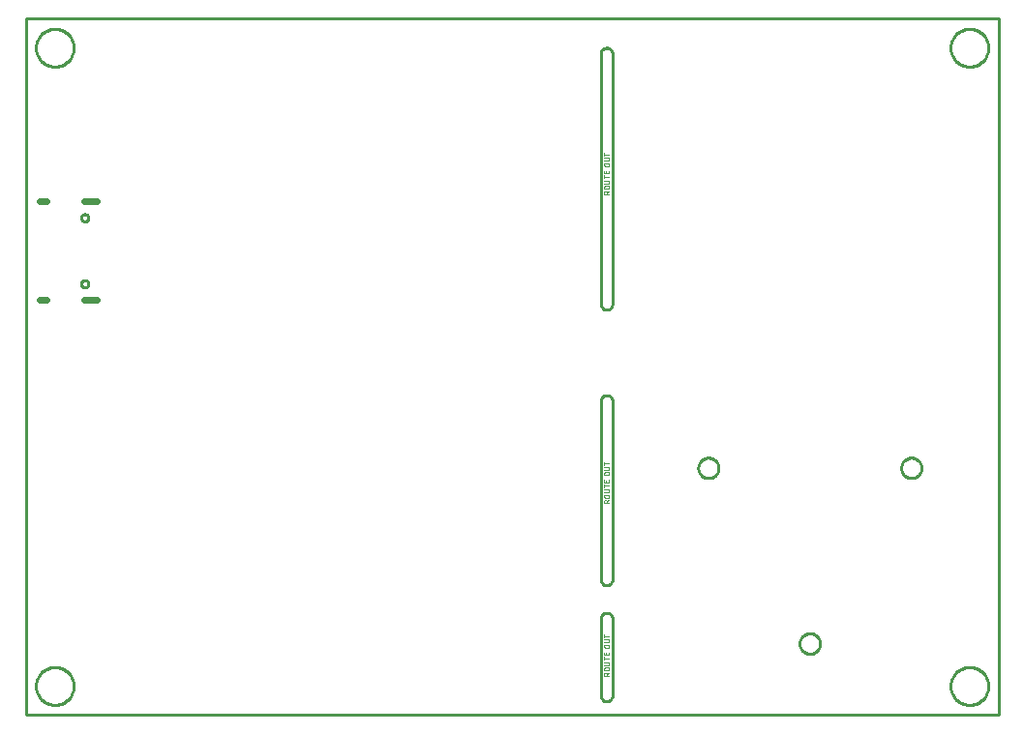
<source format=gko>
G04 EAGLE Gerber RS-274X export*
G75*
%MOMM*%
%FSLAX34Y34*%
%LPD*%
%IN*%
%IPPOS*%
%AMOC8*
5,1,8,0,0,1.08239X$1,22.5*%
G01*
%ADD10C,0.203200*%
%ADD11C,0.050800*%
%ADD12C,0.000000*%
%ADD13C,0.600000*%
%ADD14C,0.254000*%


D10*
X0Y0D02*
X850900Y0D01*
X850900Y609600D02*
X0Y609600D01*
X0Y0D01*
X850900Y0D02*
X850900Y609600D01*
X502920Y579120D02*
X502920Y359410D01*
X502920Y579120D02*
X502922Y579261D01*
X502928Y579402D01*
X502938Y579543D01*
X502951Y579684D01*
X502969Y579824D01*
X502991Y579963D01*
X503016Y580102D01*
X503045Y580241D01*
X503078Y580378D01*
X503115Y580514D01*
X503156Y580649D01*
X503200Y580784D01*
X503248Y580916D01*
X503300Y581048D01*
X503355Y581178D01*
X503414Y581306D01*
X503477Y581433D01*
X503543Y581557D01*
X503612Y581680D01*
X503685Y581801D01*
X503761Y581920D01*
X503841Y582037D01*
X503924Y582151D01*
X504009Y582264D01*
X504098Y582373D01*
X504190Y582481D01*
X504285Y582585D01*
X504383Y582687D01*
X504484Y582786D01*
X504587Y582883D01*
X504693Y582976D01*
X504801Y583066D01*
X504912Y583154D01*
X505025Y583238D01*
X505141Y583319D01*
X505259Y583397D01*
X505379Y583472D01*
X505501Y583543D01*
X505625Y583611D01*
X505751Y583675D01*
X505878Y583736D01*
X506007Y583793D01*
X506138Y583846D01*
X506270Y583896D01*
X506403Y583943D01*
X506538Y583985D01*
X506674Y584024D01*
X506811Y584059D01*
X506948Y584090D01*
X507087Y584117D01*
X507226Y584141D01*
X507366Y584160D01*
X507506Y584176D01*
X507647Y584188D01*
X507788Y584196D01*
X507929Y584200D01*
X508071Y584200D01*
X508212Y584196D01*
X508353Y584188D01*
X508494Y584176D01*
X508634Y584160D01*
X508774Y584141D01*
X508913Y584117D01*
X509052Y584090D01*
X509189Y584059D01*
X509326Y584024D01*
X509462Y583985D01*
X509597Y583943D01*
X509730Y583896D01*
X509862Y583846D01*
X509993Y583793D01*
X510122Y583736D01*
X510249Y583675D01*
X510375Y583611D01*
X510499Y583543D01*
X510621Y583472D01*
X510741Y583397D01*
X510859Y583319D01*
X510975Y583238D01*
X511088Y583154D01*
X511199Y583066D01*
X511307Y582976D01*
X511413Y582883D01*
X511516Y582786D01*
X511617Y582687D01*
X511715Y582585D01*
X511810Y582481D01*
X511902Y582373D01*
X511991Y582264D01*
X512076Y582151D01*
X512159Y582037D01*
X512239Y581920D01*
X512315Y581801D01*
X512388Y581680D01*
X512457Y581557D01*
X512523Y581433D01*
X512586Y581306D01*
X512645Y581178D01*
X512700Y581048D01*
X512752Y580916D01*
X512800Y580784D01*
X512844Y580649D01*
X512885Y580514D01*
X512922Y580378D01*
X512955Y580241D01*
X512984Y580102D01*
X513009Y579963D01*
X513031Y579824D01*
X513049Y579684D01*
X513062Y579543D01*
X513072Y579402D01*
X513078Y579261D01*
X513080Y579120D01*
X513080Y359410D02*
X513061Y359269D01*
X513037Y359128D01*
X513010Y358989D01*
X512979Y358850D01*
X512943Y358712D01*
X512904Y358575D01*
X512862Y358439D01*
X512815Y358304D01*
X512765Y358171D01*
X512711Y358039D01*
X512653Y357909D01*
X512592Y357780D01*
X512527Y357654D01*
X512459Y357529D01*
X512387Y357406D01*
X512312Y357285D01*
X512234Y357166D01*
X512152Y357049D01*
X512067Y356935D01*
X511979Y356823D01*
X511888Y356713D01*
X511794Y356607D01*
X511697Y356502D01*
X511597Y356401D01*
X511494Y356302D01*
X511388Y356207D01*
X511280Y356114D01*
X511170Y356024D01*
X511057Y355938D01*
X510941Y355854D01*
X510824Y355774D01*
X510704Y355697D01*
X510582Y355624D01*
X510458Y355553D01*
X510332Y355487D01*
X510204Y355424D01*
X510075Y355364D01*
X509944Y355308D01*
X509811Y355256D01*
X509677Y355208D01*
X509542Y355163D01*
X509406Y355122D01*
X509268Y355085D01*
X509130Y355051D01*
X508991Y355022D01*
X508851Y354996D01*
X508710Y354974D01*
X508569Y354957D01*
X508427Y354943D01*
X508285Y354933D01*
X508142Y354927D01*
X508000Y354925D01*
X507858Y354927D01*
X507715Y354933D01*
X507573Y354943D01*
X507431Y354957D01*
X507290Y354974D01*
X507149Y354996D01*
X507009Y355022D01*
X506870Y355051D01*
X506732Y355085D01*
X506594Y355122D01*
X506458Y355163D01*
X506323Y355208D01*
X506189Y355256D01*
X506056Y355308D01*
X505925Y355364D01*
X505796Y355424D01*
X505668Y355487D01*
X505542Y355553D01*
X505418Y355624D01*
X505296Y355697D01*
X505176Y355774D01*
X505059Y355854D01*
X504943Y355938D01*
X504830Y356024D01*
X504720Y356114D01*
X504612Y356207D01*
X504506Y356302D01*
X504403Y356401D01*
X504303Y356502D01*
X504206Y356607D01*
X504112Y356713D01*
X504021Y356823D01*
X503933Y356935D01*
X503848Y357049D01*
X503766Y357166D01*
X503688Y357285D01*
X503613Y357406D01*
X503541Y357529D01*
X503473Y357654D01*
X503408Y357780D01*
X503347Y357909D01*
X503289Y358039D01*
X503235Y358171D01*
X503185Y358304D01*
X503138Y358439D01*
X503096Y358575D01*
X503057Y358712D01*
X503021Y358850D01*
X502990Y358989D01*
X502963Y359128D01*
X502939Y359269D01*
X502920Y359410D01*
X502920Y275590D02*
X502939Y275731D01*
X502963Y275872D01*
X502990Y276011D01*
X503021Y276150D01*
X503057Y276288D01*
X503096Y276425D01*
X503138Y276561D01*
X503185Y276696D01*
X503235Y276829D01*
X503289Y276961D01*
X503347Y277091D01*
X503408Y277220D01*
X503473Y277346D01*
X503541Y277471D01*
X503613Y277594D01*
X503688Y277715D01*
X503766Y277834D01*
X503848Y277951D01*
X503933Y278065D01*
X504021Y278177D01*
X504112Y278287D01*
X504206Y278393D01*
X504303Y278498D01*
X504403Y278599D01*
X504506Y278698D01*
X504612Y278793D01*
X504720Y278886D01*
X504830Y278976D01*
X504943Y279062D01*
X505059Y279146D01*
X505176Y279226D01*
X505296Y279303D01*
X505418Y279376D01*
X505542Y279447D01*
X505668Y279513D01*
X505796Y279576D01*
X505925Y279636D01*
X506056Y279692D01*
X506189Y279744D01*
X506323Y279792D01*
X506458Y279837D01*
X506594Y279878D01*
X506732Y279915D01*
X506870Y279949D01*
X507009Y279978D01*
X507149Y280004D01*
X507290Y280026D01*
X507431Y280043D01*
X507573Y280057D01*
X507715Y280067D01*
X507858Y280073D01*
X508000Y280075D01*
X508142Y280073D01*
X508285Y280067D01*
X508427Y280057D01*
X508569Y280043D01*
X508710Y280026D01*
X508851Y280004D01*
X508991Y279978D01*
X509130Y279949D01*
X509268Y279915D01*
X509406Y279878D01*
X509542Y279837D01*
X509677Y279792D01*
X509811Y279744D01*
X509944Y279692D01*
X510075Y279636D01*
X510204Y279576D01*
X510332Y279513D01*
X510458Y279447D01*
X510582Y279376D01*
X510704Y279303D01*
X510824Y279226D01*
X510941Y279146D01*
X511057Y279062D01*
X511170Y278976D01*
X511280Y278886D01*
X511388Y278793D01*
X511494Y278698D01*
X511597Y278599D01*
X511697Y278498D01*
X511794Y278393D01*
X511888Y278287D01*
X511979Y278177D01*
X512067Y278065D01*
X512152Y277951D01*
X512234Y277834D01*
X512312Y277715D01*
X512387Y277594D01*
X512459Y277471D01*
X512527Y277346D01*
X512592Y277220D01*
X512653Y277091D01*
X512711Y276961D01*
X512765Y276829D01*
X512815Y276696D01*
X512862Y276561D01*
X512904Y276425D01*
X512943Y276288D01*
X512979Y276150D01*
X513010Y276011D01*
X513037Y275872D01*
X513061Y275731D01*
X513080Y275590D01*
X513080Y118110D02*
X513061Y117969D01*
X513037Y117828D01*
X513010Y117689D01*
X512979Y117550D01*
X512943Y117412D01*
X512904Y117275D01*
X512862Y117139D01*
X512815Y117004D01*
X512765Y116871D01*
X512711Y116739D01*
X512653Y116609D01*
X512592Y116480D01*
X512527Y116354D01*
X512459Y116229D01*
X512387Y116106D01*
X512312Y115985D01*
X512234Y115866D01*
X512152Y115749D01*
X512067Y115635D01*
X511979Y115523D01*
X511888Y115413D01*
X511794Y115307D01*
X511697Y115202D01*
X511597Y115101D01*
X511494Y115002D01*
X511388Y114907D01*
X511280Y114814D01*
X511170Y114724D01*
X511057Y114638D01*
X510941Y114554D01*
X510824Y114474D01*
X510704Y114397D01*
X510582Y114324D01*
X510458Y114253D01*
X510332Y114187D01*
X510204Y114124D01*
X510075Y114064D01*
X509944Y114008D01*
X509811Y113956D01*
X509677Y113908D01*
X509542Y113863D01*
X509406Y113822D01*
X509268Y113785D01*
X509130Y113751D01*
X508991Y113722D01*
X508851Y113696D01*
X508710Y113674D01*
X508569Y113657D01*
X508427Y113643D01*
X508285Y113633D01*
X508142Y113627D01*
X508000Y113625D01*
X507858Y113627D01*
X507715Y113633D01*
X507573Y113643D01*
X507431Y113657D01*
X507290Y113674D01*
X507149Y113696D01*
X507009Y113722D01*
X506870Y113751D01*
X506732Y113785D01*
X506594Y113822D01*
X506458Y113863D01*
X506323Y113908D01*
X506189Y113956D01*
X506056Y114008D01*
X505925Y114064D01*
X505796Y114124D01*
X505668Y114187D01*
X505542Y114253D01*
X505418Y114324D01*
X505296Y114397D01*
X505176Y114474D01*
X505059Y114554D01*
X504943Y114638D01*
X504830Y114724D01*
X504720Y114814D01*
X504612Y114907D01*
X504506Y115002D01*
X504403Y115101D01*
X504303Y115202D01*
X504206Y115307D01*
X504112Y115413D01*
X504021Y115523D01*
X503933Y115635D01*
X503848Y115749D01*
X503766Y115866D01*
X503688Y115985D01*
X503613Y116106D01*
X503541Y116229D01*
X503473Y116354D01*
X503408Y116480D01*
X503347Y116609D01*
X503289Y116739D01*
X503235Y116871D01*
X503185Y117004D01*
X503138Y117139D01*
X503096Y117275D01*
X503057Y117412D01*
X503021Y117550D01*
X502990Y117689D01*
X502963Y117828D01*
X502939Y117969D01*
X502920Y118110D01*
X502920Y85090D02*
X502939Y85231D01*
X502963Y85372D01*
X502990Y85511D01*
X503021Y85650D01*
X503057Y85788D01*
X503096Y85925D01*
X503138Y86061D01*
X503185Y86196D01*
X503235Y86329D01*
X503289Y86461D01*
X503347Y86591D01*
X503408Y86720D01*
X503473Y86846D01*
X503541Y86971D01*
X503613Y87094D01*
X503688Y87215D01*
X503766Y87334D01*
X503848Y87451D01*
X503933Y87565D01*
X504021Y87677D01*
X504112Y87787D01*
X504206Y87893D01*
X504303Y87998D01*
X504403Y88099D01*
X504506Y88198D01*
X504612Y88293D01*
X504720Y88386D01*
X504830Y88476D01*
X504943Y88562D01*
X505059Y88646D01*
X505176Y88726D01*
X505296Y88803D01*
X505418Y88876D01*
X505542Y88947D01*
X505668Y89013D01*
X505796Y89076D01*
X505925Y89136D01*
X506056Y89192D01*
X506189Y89244D01*
X506323Y89292D01*
X506458Y89337D01*
X506594Y89378D01*
X506732Y89415D01*
X506870Y89449D01*
X507009Y89478D01*
X507149Y89504D01*
X507290Y89526D01*
X507431Y89543D01*
X507573Y89557D01*
X507715Y89567D01*
X507858Y89573D01*
X508000Y89575D01*
X508142Y89573D01*
X508285Y89567D01*
X508427Y89557D01*
X508569Y89543D01*
X508710Y89526D01*
X508851Y89504D01*
X508991Y89478D01*
X509130Y89449D01*
X509268Y89415D01*
X509406Y89378D01*
X509542Y89337D01*
X509677Y89292D01*
X509811Y89244D01*
X509944Y89192D01*
X510075Y89136D01*
X510204Y89076D01*
X510332Y89013D01*
X510458Y88947D01*
X510582Y88876D01*
X510704Y88803D01*
X510824Y88726D01*
X510941Y88646D01*
X511057Y88562D01*
X511170Y88476D01*
X511280Y88386D01*
X511388Y88293D01*
X511494Y88198D01*
X511597Y88099D01*
X511697Y87998D01*
X511794Y87893D01*
X511888Y87787D01*
X511979Y87677D01*
X512067Y87565D01*
X512152Y87451D01*
X512234Y87334D01*
X512312Y87215D01*
X512387Y87094D01*
X512459Y86971D01*
X512527Y86846D01*
X512592Y86720D01*
X512653Y86591D01*
X512711Y86461D01*
X512765Y86329D01*
X512815Y86196D01*
X512862Y86061D01*
X512904Y85925D01*
X512943Y85788D01*
X512979Y85650D01*
X513010Y85511D01*
X513037Y85372D01*
X513061Y85231D01*
X513080Y85090D01*
X513080Y16510D02*
X513061Y16369D01*
X513037Y16228D01*
X513010Y16089D01*
X512979Y15950D01*
X512943Y15812D01*
X512904Y15675D01*
X512862Y15539D01*
X512815Y15404D01*
X512765Y15271D01*
X512711Y15139D01*
X512653Y15009D01*
X512592Y14880D01*
X512527Y14754D01*
X512459Y14629D01*
X512387Y14506D01*
X512312Y14385D01*
X512234Y14266D01*
X512152Y14149D01*
X512067Y14035D01*
X511979Y13923D01*
X511888Y13813D01*
X511794Y13707D01*
X511697Y13602D01*
X511597Y13501D01*
X511494Y13402D01*
X511388Y13307D01*
X511280Y13214D01*
X511170Y13124D01*
X511057Y13038D01*
X510941Y12954D01*
X510824Y12874D01*
X510704Y12797D01*
X510582Y12724D01*
X510458Y12653D01*
X510332Y12587D01*
X510204Y12524D01*
X510075Y12464D01*
X509944Y12408D01*
X509811Y12356D01*
X509677Y12308D01*
X509542Y12263D01*
X509406Y12222D01*
X509268Y12185D01*
X509130Y12151D01*
X508991Y12122D01*
X508851Y12096D01*
X508710Y12074D01*
X508569Y12057D01*
X508427Y12043D01*
X508285Y12033D01*
X508142Y12027D01*
X508000Y12025D01*
X507858Y12027D01*
X507715Y12033D01*
X507573Y12043D01*
X507431Y12057D01*
X507290Y12074D01*
X507149Y12096D01*
X507009Y12122D01*
X506870Y12151D01*
X506732Y12185D01*
X506594Y12222D01*
X506458Y12263D01*
X506323Y12308D01*
X506189Y12356D01*
X506056Y12408D01*
X505925Y12464D01*
X505796Y12524D01*
X505668Y12587D01*
X505542Y12653D01*
X505418Y12724D01*
X505296Y12797D01*
X505176Y12874D01*
X505059Y12954D01*
X504943Y13038D01*
X504830Y13124D01*
X504720Y13214D01*
X504612Y13307D01*
X504506Y13402D01*
X504403Y13501D01*
X504303Y13602D01*
X504206Y13707D01*
X504112Y13813D01*
X504021Y13923D01*
X503933Y14035D01*
X503848Y14149D01*
X503766Y14266D01*
X503688Y14385D01*
X503613Y14506D01*
X503541Y14629D01*
X503473Y14754D01*
X503408Y14880D01*
X503347Y15009D01*
X503289Y15139D01*
X503235Y15271D01*
X503185Y15404D01*
X503138Y15539D01*
X503096Y15675D01*
X503057Y15812D01*
X503021Y15950D01*
X502990Y16089D01*
X502963Y16228D01*
X502939Y16369D01*
X502920Y16510D01*
X502920Y85090D01*
X513080Y85090D02*
X513080Y16510D01*
X513080Y118110D02*
X513080Y275590D01*
X502920Y275590D02*
X502920Y118110D01*
D11*
X505714Y456184D02*
X510286Y456184D01*
X505714Y456184D02*
X505714Y457454D01*
X505716Y457524D01*
X505722Y457594D01*
X505731Y457663D01*
X505745Y457732D01*
X505762Y457800D01*
X505783Y457866D01*
X505807Y457932D01*
X505835Y457996D01*
X505867Y458058D01*
X505902Y458119D01*
X505940Y458178D01*
X505982Y458234D01*
X506026Y458288D01*
X506074Y458340D01*
X506124Y458388D01*
X506177Y458434D01*
X506232Y458477D01*
X506289Y458517D01*
X506349Y458554D01*
X506411Y458587D01*
X506474Y458617D01*
X506539Y458643D01*
X506605Y458666D01*
X506672Y458685D01*
X506741Y458700D01*
X506810Y458712D01*
X506879Y458720D01*
X506949Y458724D01*
X507019Y458724D01*
X507089Y458720D01*
X507158Y458712D01*
X507227Y458700D01*
X507296Y458685D01*
X507363Y458666D01*
X507429Y458643D01*
X507494Y458617D01*
X507557Y458587D01*
X507619Y458554D01*
X507679Y458517D01*
X507736Y458477D01*
X507791Y458434D01*
X507844Y458388D01*
X507894Y458340D01*
X507942Y458288D01*
X507986Y458234D01*
X508028Y458178D01*
X508066Y458119D01*
X508101Y458058D01*
X508133Y457996D01*
X508161Y457932D01*
X508185Y457866D01*
X508206Y457800D01*
X508223Y457732D01*
X508237Y457663D01*
X508246Y457594D01*
X508252Y457524D01*
X508254Y457454D01*
X508254Y456184D01*
X508254Y457708D02*
X510286Y458724D01*
X509016Y460723D02*
X506984Y460723D01*
X506914Y460725D01*
X506844Y460731D01*
X506775Y460740D01*
X506706Y460754D01*
X506638Y460771D01*
X506572Y460792D01*
X506506Y460816D01*
X506442Y460844D01*
X506380Y460876D01*
X506319Y460911D01*
X506260Y460949D01*
X506204Y460991D01*
X506150Y461035D01*
X506098Y461083D01*
X506050Y461133D01*
X506004Y461186D01*
X505961Y461241D01*
X505921Y461298D01*
X505884Y461358D01*
X505851Y461420D01*
X505821Y461483D01*
X505795Y461548D01*
X505772Y461614D01*
X505753Y461681D01*
X505738Y461750D01*
X505726Y461819D01*
X505718Y461888D01*
X505714Y461958D01*
X505714Y462028D01*
X505718Y462098D01*
X505726Y462167D01*
X505738Y462236D01*
X505753Y462305D01*
X505772Y462372D01*
X505795Y462438D01*
X505821Y462503D01*
X505851Y462566D01*
X505884Y462628D01*
X505921Y462688D01*
X505961Y462745D01*
X506004Y462800D01*
X506050Y462853D01*
X506098Y462903D01*
X506150Y462951D01*
X506204Y462995D01*
X506260Y463037D01*
X506319Y463075D01*
X506380Y463110D01*
X506442Y463142D01*
X506506Y463170D01*
X506572Y463194D01*
X506638Y463215D01*
X506706Y463232D01*
X506775Y463246D01*
X506844Y463255D01*
X506914Y463261D01*
X506984Y463263D01*
X509016Y463263D01*
X509086Y463261D01*
X509156Y463255D01*
X509225Y463246D01*
X509294Y463232D01*
X509362Y463215D01*
X509428Y463194D01*
X509494Y463170D01*
X509558Y463142D01*
X509620Y463110D01*
X509681Y463075D01*
X509740Y463037D01*
X509796Y462995D01*
X509850Y462951D01*
X509902Y462903D01*
X509950Y462853D01*
X509996Y462800D01*
X510039Y462745D01*
X510079Y462688D01*
X510116Y462628D01*
X510149Y462566D01*
X510179Y462503D01*
X510205Y462438D01*
X510228Y462372D01*
X510247Y462305D01*
X510262Y462236D01*
X510274Y462167D01*
X510282Y462098D01*
X510286Y462028D01*
X510286Y461958D01*
X510282Y461888D01*
X510274Y461819D01*
X510262Y461750D01*
X510247Y461681D01*
X510228Y461614D01*
X510205Y461548D01*
X510179Y461483D01*
X510149Y461420D01*
X510116Y461358D01*
X510079Y461298D01*
X510039Y461241D01*
X509996Y461186D01*
X509950Y461133D01*
X509902Y461083D01*
X509850Y461035D01*
X509796Y460991D01*
X509740Y460949D01*
X509681Y460911D01*
X509620Y460876D01*
X509558Y460844D01*
X509494Y460816D01*
X509428Y460792D01*
X509362Y460771D01*
X509294Y460754D01*
X509225Y460740D01*
X509156Y460731D01*
X509086Y460725D01*
X509016Y460723D01*
X509016Y465447D02*
X505714Y465447D01*
X509016Y465447D02*
X509086Y465449D01*
X509156Y465455D01*
X509225Y465464D01*
X509294Y465478D01*
X509362Y465495D01*
X509428Y465516D01*
X509494Y465540D01*
X509558Y465568D01*
X509620Y465600D01*
X509681Y465635D01*
X509740Y465673D01*
X509796Y465715D01*
X509850Y465759D01*
X509902Y465807D01*
X509950Y465857D01*
X509996Y465910D01*
X510039Y465965D01*
X510079Y466022D01*
X510116Y466082D01*
X510149Y466144D01*
X510179Y466207D01*
X510205Y466272D01*
X510228Y466338D01*
X510247Y466405D01*
X510262Y466474D01*
X510274Y466543D01*
X510282Y466612D01*
X510286Y466682D01*
X510286Y466752D01*
X510282Y466822D01*
X510274Y466891D01*
X510262Y466960D01*
X510247Y467029D01*
X510228Y467096D01*
X510205Y467162D01*
X510179Y467227D01*
X510149Y467290D01*
X510116Y467352D01*
X510079Y467412D01*
X510039Y467469D01*
X509996Y467524D01*
X509950Y467577D01*
X509902Y467627D01*
X509850Y467675D01*
X509796Y467719D01*
X509740Y467761D01*
X509681Y467799D01*
X509620Y467834D01*
X509558Y467866D01*
X509494Y467894D01*
X509428Y467918D01*
X509362Y467939D01*
X509294Y467956D01*
X509225Y467970D01*
X509156Y467979D01*
X509086Y467985D01*
X509016Y467987D01*
X505714Y467987D01*
X505714Y471137D02*
X510286Y471137D01*
X505714Y469867D02*
X505714Y472407D01*
X510286Y474297D02*
X510286Y476329D01*
X510286Y474297D02*
X505714Y474297D01*
X505714Y476329D01*
X507746Y475821D02*
X507746Y474297D01*
X506984Y480535D02*
X509016Y480535D01*
X506984Y480535D02*
X506914Y480537D01*
X506844Y480543D01*
X506775Y480552D01*
X506706Y480566D01*
X506638Y480583D01*
X506572Y480604D01*
X506506Y480628D01*
X506442Y480656D01*
X506380Y480688D01*
X506319Y480723D01*
X506260Y480761D01*
X506204Y480803D01*
X506150Y480847D01*
X506098Y480895D01*
X506050Y480945D01*
X506004Y480998D01*
X505961Y481053D01*
X505921Y481110D01*
X505884Y481170D01*
X505851Y481232D01*
X505821Y481295D01*
X505795Y481360D01*
X505772Y481426D01*
X505753Y481493D01*
X505738Y481562D01*
X505726Y481631D01*
X505718Y481700D01*
X505714Y481770D01*
X505714Y481840D01*
X505718Y481910D01*
X505726Y481979D01*
X505738Y482048D01*
X505753Y482117D01*
X505772Y482184D01*
X505795Y482250D01*
X505821Y482315D01*
X505851Y482378D01*
X505884Y482440D01*
X505921Y482500D01*
X505961Y482557D01*
X506004Y482612D01*
X506050Y482665D01*
X506098Y482715D01*
X506150Y482763D01*
X506204Y482807D01*
X506260Y482849D01*
X506319Y482887D01*
X506380Y482922D01*
X506442Y482954D01*
X506506Y482982D01*
X506572Y483006D01*
X506638Y483027D01*
X506706Y483044D01*
X506775Y483058D01*
X506844Y483067D01*
X506914Y483073D01*
X506984Y483075D01*
X509016Y483075D01*
X509086Y483073D01*
X509156Y483067D01*
X509225Y483058D01*
X509294Y483044D01*
X509362Y483027D01*
X509428Y483006D01*
X509494Y482982D01*
X509558Y482954D01*
X509620Y482922D01*
X509681Y482887D01*
X509740Y482849D01*
X509796Y482807D01*
X509850Y482763D01*
X509902Y482715D01*
X509950Y482665D01*
X509996Y482612D01*
X510039Y482557D01*
X510079Y482500D01*
X510116Y482440D01*
X510149Y482378D01*
X510179Y482315D01*
X510205Y482250D01*
X510228Y482184D01*
X510247Y482117D01*
X510262Y482048D01*
X510274Y481979D01*
X510282Y481910D01*
X510286Y481840D01*
X510286Y481770D01*
X510282Y481700D01*
X510274Y481631D01*
X510262Y481562D01*
X510247Y481493D01*
X510228Y481426D01*
X510205Y481360D01*
X510179Y481295D01*
X510149Y481232D01*
X510116Y481170D01*
X510079Y481110D01*
X510039Y481053D01*
X509996Y480998D01*
X509950Y480945D01*
X509902Y480895D01*
X509850Y480847D01*
X509796Y480803D01*
X509740Y480761D01*
X509681Y480723D01*
X509620Y480688D01*
X509558Y480656D01*
X509494Y480628D01*
X509428Y480604D01*
X509362Y480583D01*
X509294Y480566D01*
X509225Y480552D01*
X509156Y480543D01*
X509086Y480537D01*
X509016Y480535D01*
X509016Y485259D02*
X505714Y485259D01*
X509016Y485259D02*
X509086Y485261D01*
X509156Y485267D01*
X509225Y485276D01*
X509294Y485290D01*
X509362Y485307D01*
X509428Y485328D01*
X509494Y485352D01*
X509558Y485380D01*
X509620Y485412D01*
X509681Y485447D01*
X509740Y485485D01*
X509796Y485527D01*
X509850Y485571D01*
X509902Y485619D01*
X509950Y485669D01*
X509996Y485722D01*
X510039Y485777D01*
X510079Y485834D01*
X510116Y485894D01*
X510149Y485956D01*
X510179Y486019D01*
X510205Y486084D01*
X510228Y486150D01*
X510247Y486217D01*
X510262Y486286D01*
X510274Y486355D01*
X510282Y486424D01*
X510286Y486494D01*
X510286Y486564D01*
X510282Y486634D01*
X510274Y486703D01*
X510262Y486772D01*
X510247Y486841D01*
X510228Y486908D01*
X510205Y486974D01*
X510179Y487039D01*
X510149Y487102D01*
X510116Y487164D01*
X510079Y487224D01*
X510039Y487281D01*
X509996Y487336D01*
X509950Y487389D01*
X509902Y487439D01*
X509850Y487487D01*
X509796Y487531D01*
X509740Y487573D01*
X509681Y487611D01*
X509620Y487646D01*
X509558Y487678D01*
X509494Y487706D01*
X509428Y487730D01*
X509362Y487751D01*
X509294Y487768D01*
X509225Y487782D01*
X509156Y487791D01*
X509086Y487797D01*
X509016Y487799D01*
X505714Y487799D01*
X505714Y490949D02*
X510286Y490949D01*
X505714Y489679D02*
X505714Y492219D01*
X505714Y185674D02*
X510286Y185674D01*
X505714Y185674D02*
X505714Y186944D01*
X505716Y187014D01*
X505722Y187084D01*
X505731Y187153D01*
X505745Y187222D01*
X505762Y187290D01*
X505783Y187356D01*
X505807Y187422D01*
X505835Y187486D01*
X505867Y187548D01*
X505902Y187609D01*
X505940Y187668D01*
X505982Y187724D01*
X506026Y187778D01*
X506074Y187830D01*
X506124Y187878D01*
X506177Y187924D01*
X506232Y187967D01*
X506289Y188007D01*
X506349Y188044D01*
X506411Y188077D01*
X506474Y188107D01*
X506539Y188133D01*
X506605Y188156D01*
X506672Y188175D01*
X506741Y188190D01*
X506810Y188202D01*
X506879Y188210D01*
X506949Y188214D01*
X507019Y188214D01*
X507089Y188210D01*
X507158Y188202D01*
X507227Y188190D01*
X507296Y188175D01*
X507363Y188156D01*
X507429Y188133D01*
X507494Y188107D01*
X507557Y188077D01*
X507619Y188044D01*
X507679Y188007D01*
X507736Y187967D01*
X507791Y187924D01*
X507844Y187878D01*
X507894Y187830D01*
X507942Y187778D01*
X507986Y187724D01*
X508028Y187668D01*
X508066Y187609D01*
X508101Y187548D01*
X508133Y187486D01*
X508161Y187422D01*
X508185Y187356D01*
X508206Y187290D01*
X508223Y187222D01*
X508237Y187153D01*
X508246Y187084D01*
X508252Y187014D01*
X508254Y186944D01*
X508254Y185674D01*
X508254Y187198D02*
X510286Y188214D01*
X509016Y190213D02*
X506984Y190213D01*
X506914Y190215D01*
X506844Y190221D01*
X506775Y190230D01*
X506706Y190244D01*
X506638Y190261D01*
X506572Y190282D01*
X506506Y190306D01*
X506442Y190334D01*
X506380Y190366D01*
X506319Y190401D01*
X506260Y190439D01*
X506204Y190481D01*
X506150Y190525D01*
X506098Y190573D01*
X506050Y190623D01*
X506004Y190676D01*
X505961Y190731D01*
X505921Y190788D01*
X505884Y190848D01*
X505851Y190910D01*
X505821Y190973D01*
X505795Y191038D01*
X505772Y191104D01*
X505753Y191171D01*
X505738Y191240D01*
X505726Y191309D01*
X505718Y191378D01*
X505714Y191448D01*
X505714Y191518D01*
X505718Y191588D01*
X505726Y191657D01*
X505738Y191726D01*
X505753Y191795D01*
X505772Y191862D01*
X505795Y191928D01*
X505821Y191993D01*
X505851Y192056D01*
X505884Y192118D01*
X505921Y192178D01*
X505961Y192235D01*
X506004Y192290D01*
X506050Y192343D01*
X506098Y192393D01*
X506150Y192441D01*
X506204Y192485D01*
X506260Y192527D01*
X506319Y192565D01*
X506380Y192600D01*
X506442Y192632D01*
X506506Y192660D01*
X506572Y192684D01*
X506638Y192705D01*
X506706Y192722D01*
X506775Y192736D01*
X506844Y192745D01*
X506914Y192751D01*
X506984Y192753D01*
X509016Y192753D01*
X509086Y192751D01*
X509156Y192745D01*
X509225Y192736D01*
X509294Y192722D01*
X509362Y192705D01*
X509428Y192684D01*
X509494Y192660D01*
X509558Y192632D01*
X509620Y192600D01*
X509681Y192565D01*
X509740Y192527D01*
X509796Y192485D01*
X509850Y192441D01*
X509902Y192393D01*
X509950Y192343D01*
X509996Y192290D01*
X510039Y192235D01*
X510079Y192178D01*
X510116Y192118D01*
X510149Y192056D01*
X510179Y191993D01*
X510205Y191928D01*
X510228Y191862D01*
X510247Y191795D01*
X510262Y191726D01*
X510274Y191657D01*
X510282Y191588D01*
X510286Y191518D01*
X510286Y191448D01*
X510282Y191378D01*
X510274Y191309D01*
X510262Y191240D01*
X510247Y191171D01*
X510228Y191104D01*
X510205Y191038D01*
X510179Y190973D01*
X510149Y190910D01*
X510116Y190848D01*
X510079Y190788D01*
X510039Y190731D01*
X509996Y190676D01*
X509950Y190623D01*
X509902Y190573D01*
X509850Y190525D01*
X509796Y190481D01*
X509740Y190439D01*
X509681Y190401D01*
X509620Y190366D01*
X509558Y190334D01*
X509494Y190306D01*
X509428Y190282D01*
X509362Y190261D01*
X509294Y190244D01*
X509225Y190230D01*
X509156Y190221D01*
X509086Y190215D01*
X509016Y190213D01*
X509016Y194937D02*
X505714Y194937D01*
X509016Y194937D02*
X509086Y194939D01*
X509156Y194945D01*
X509225Y194954D01*
X509294Y194968D01*
X509362Y194985D01*
X509428Y195006D01*
X509494Y195030D01*
X509558Y195058D01*
X509620Y195090D01*
X509681Y195125D01*
X509740Y195163D01*
X509796Y195205D01*
X509850Y195249D01*
X509902Y195297D01*
X509950Y195347D01*
X509996Y195400D01*
X510039Y195455D01*
X510079Y195512D01*
X510116Y195572D01*
X510149Y195634D01*
X510179Y195697D01*
X510205Y195762D01*
X510228Y195828D01*
X510247Y195895D01*
X510262Y195964D01*
X510274Y196033D01*
X510282Y196102D01*
X510286Y196172D01*
X510286Y196242D01*
X510282Y196312D01*
X510274Y196381D01*
X510262Y196450D01*
X510247Y196519D01*
X510228Y196586D01*
X510205Y196652D01*
X510179Y196717D01*
X510149Y196780D01*
X510116Y196842D01*
X510079Y196902D01*
X510039Y196959D01*
X509996Y197014D01*
X509950Y197067D01*
X509902Y197117D01*
X509850Y197165D01*
X509796Y197209D01*
X509740Y197251D01*
X509681Y197289D01*
X509620Y197324D01*
X509558Y197356D01*
X509494Y197384D01*
X509428Y197408D01*
X509362Y197429D01*
X509294Y197446D01*
X509225Y197460D01*
X509156Y197469D01*
X509086Y197475D01*
X509016Y197477D01*
X505714Y197477D01*
X505714Y200627D02*
X510286Y200627D01*
X505714Y199357D02*
X505714Y201897D01*
X510286Y203787D02*
X510286Y205819D01*
X510286Y203787D02*
X505714Y203787D01*
X505714Y205819D01*
X507746Y205311D02*
X507746Y203787D01*
X506984Y210025D02*
X509016Y210025D01*
X506984Y210025D02*
X506914Y210027D01*
X506844Y210033D01*
X506775Y210042D01*
X506706Y210056D01*
X506638Y210073D01*
X506572Y210094D01*
X506506Y210118D01*
X506442Y210146D01*
X506380Y210178D01*
X506319Y210213D01*
X506260Y210251D01*
X506204Y210293D01*
X506150Y210337D01*
X506098Y210385D01*
X506050Y210435D01*
X506004Y210488D01*
X505961Y210543D01*
X505921Y210600D01*
X505884Y210660D01*
X505851Y210722D01*
X505821Y210785D01*
X505795Y210850D01*
X505772Y210916D01*
X505753Y210983D01*
X505738Y211052D01*
X505726Y211121D01*
X505718Y211190D01*
X505714Y211260D01*
X505714Y211330D01*
X505718Y211400D01*
X505726Y211469D01*
X505738Y211538D01*
X505753Y211607D01*
X505772Y211674D01*
X505795Y211740D01*
X505821Y211805D01*
X505851Y211868D01*
X505884Y211930D01*
X505921Y211990D01*
X505961Y212047D01*
X506004Y212102D01*
X506050Y212155D01*
X506098Y212205D01*
X506150Y212253D01*
X506204Y212297D01*
X506260Y212339D01*
X506319Y212377D01*
X506380Y212412D01*
X506442Y212444D01*
X506506Y212472D01*
X506572Y212496D01*
X506638Y212517D01*
X506706Y212534D01*
X506775Y212548D01*
X506844Y212557D01*
X506914Y212563D01*
X506984Y212565D01*
X509016Y212565D01*
X509086Y212563D01*
X509156Y212557D01*
X509225Y212548D01*
X509294Y212534D01*
X509362Y212517D01*
X509428Y212496D01*
X509494Y212472D01*
X509558Y212444D01*
X509620Y212412D01*
X509681Y212377D01*
X509740Y212339D01*
X509796Y212297D01*
X509850Y212253D01*
X509902Y212205D01*
X509950Y212155D01*
X509996Y212102D01*
X510039Y212047D01*
X510079Y211990D01*
X510116Y211930D01*
X510149Y211868D01*
X510179Y211805D01*
X510205Y211740D01*
X510228Y211674D01*
X510247Y211607D01*
X510262Y211538D01*
X510274Y211469D01*
X510282Y211400D01*
X510286Y211330D01*
X510286Y211260D01*
X510282Y211190D01*
X510274Y211121D01*
X510262Y211052D01*
X510247Y210983D01*
X510228Y210916D01*
X510205Y210850D01*
X510179Y210785D01*
X510149Y210722D01*
X510116Y210660D01*
X510079Y210600D01*
X510039Y210543D01*
X509996Y210488D01*
X509950Y210435D01*
X509902Y210385D01*
X509850Y210337D01*
X509796Y210293D01*
X509740Y210251D01*
X509681Y210213D01*
X509620Y210178D01*
X509558Y210146D01*
X509494Y210118D01*
X509428Y210094D01*
X509362Y210073D01*
X509294Y210056D01*
X509225Y210042D01*
X509156Y210033D01*
X509086Y210027D01*
X509016Y210025D01*
X509016Y214749D02*
X505714Y214749D01*
X509016Y214749D02*
X509086Y214751D01*
X509156Y214757D01*
X509225Y214766D01*
X509294Y214780D01*
X509362Y214797D01*
X509428Y214818D01*
X509494Y214842D01*
X509558Y214870D01*
X509620Y214902D01*
X509681Y214937D01*
X509740Y214975D01*
X509796Y215017D01*
X509850Y215061D01*
X509902Y215109D01*
X509950Y215159D01*
X509996Y215212D01*
X510039Y215267D01*
X510079Y215324D01*
X510116Y215384D01*
X510149Y215446D01*
X510179Y215509D01*
X510205Y215574D01*
X510228Y215640D01*
X510247Y215707D01*
X510262Y215776D01*
X510274Y215845D01*
X510282Y215914D01*
X510286Y215984D01*
X510286Y216054D01*
X510282Y216124D01*
X510274Y216193D01*
X510262Y216262D01*
X510247Y216331D01*
X510228Y216398D01*
X510205Y216464D01*
X510179Y216529D01*
X510149Y216592D01*
X510116Y216654D01*
X510079Y216714D01*
X510039Y216771D01*
X509996Y216826D01*
X509950Y216879D01*
X509902Y216929D01*
X509850Y216977D01*
X509796Y217021D01*
X509740Y217063D01*
X509681Y217101D01*
X509620Y217136D01*
X509558Y217168D01*
X509494Y217196D01*
X509428Y217220D01*
X509362Y217241D01*
X509294Y217258D01*
X509225Y217272D01*
X509156Y217281D01*
X509086Y217287D01*
X509016Y217289D01*
X505714Y217289D01*
X505714Y220439D02*
X510286Y220439D01*
X505714Y219169D02*
X505714Y221709D01*
X505714Y34544D02*
X510286Y34544D01*
X505714Y34544D02*
X505714Y35814D01*
X505716Y35884D01*
X505722Y35954D01*
X505731Y36023D01*
X505745Y36092D01*
X505762Y36160D01*
X505783Y36226D01*
X505807Y36292D01*
X505835Y36356D01*
X505867Y36418D01*
X505902Y36479D01*
X505940Y36538D01*
X505982Y36594D01*
X506026Y36648D01*
X506074Y36700D01*
X506124Y36748D01*
X506177Y36794D01*
X506232Y36837D01*
X506289Y36877D01*
X506349Y36914D01*
X506411Y36947D01*
X506474Y36977D01*
X506539Y37003D01*
X506605Y37026D01*
X506672Y37045D01*
X506741Y37060D01*
X506810Y37072D01*
X506879Y37080D01*
X506949Y37084D01*
X507019Y37084D01*
X507089Y37080D01*
X507158Y37072D01*
X507227Y37060D01*
X507296Y37045D01*
X507363Y37026D01*
X507429Y37003D01*
X507494Y36977D01*
X507557Y36947D01*
X507619Y36914D01*
X507679Y36877D01*
X507736Y36837D01*
X507791Y36794D01*
X507844Y36748D01*
X507894Y36700D01*
X507942Y36648D01*
X507986Y36594D01*
X508028Y36538D01*
X508066Y36479D01*
X508101Y36418D01*
X508133Y36356D01*
X508161Y36292D01*
X508185Y36226D01*
X508206Y36160D01*
X508223Y36092D01*
X508237Y36023D01*
X508246Y35954D01*
X508252Y35884D01*
X508254Y35814D01*
X508254Y34544D01*
X508254Y36068D02*
X510286Y37084D01*
X509016Y39083D02*
X506984Y39083D01*
X506914Y39085D01*
X506844Y39091D01*
X506775Y39100D01*
X506706Y39114D01*
X506638Y39131D01*
X506572Y39152D01*
X506506Y39176D01*
X506442Y39204D01*
X506380Y39236D01*
X506319Y39271D01*
X506260Y39309D01*
X506204Y39351D01*
X506150Y39395D01*
X506098Y39443D01*
X506050Y39493D01*
X506004Y39546D01*
X505961Y39601D01*
X505921Y39658D01*
X505884Y39718D01*
X505851Y39780D01*
X505821Y39843D01*
X505795Y39908D01*
X505772Y39974D01*
X505753Y40041D01*
X505738Y40110D01*
X505726Y40179D01*
X505718Y40248D01*
X505714Y40318D01*
X505714Y40388D01*
X505718Y40458D01*
X505726Y40527D01*
X505738Y40596D01*
X505753Y40665D01*
X505772Y40732D01*
X505795Y40798D01*
X505821Y40863D01*
X505851Y40926D01*
X505884Y40988D01*
X505921Y41048D01*
X505961Y41105D01*
X506004Y41160D01*
X506050Y41213D01*
X506098Y41263D01*
X506150Y41311D01*
X506204Y41355D01*
X506260Y41397D01*
X506319Y41435D01*
X506380Y41470D01*
X506442Y41502D01*
X506506Y41530D01*
X506572Y41554D01*
X506638Y41575D01*
X506706Y41592D01*
X506775Y41606D01*
X506844Y41615D01*
X506914Y41621D01*
X506984Y41623D01*
X509016Y41623D01*
X509086Y41621D01*
X509156Y41615D01*
X509225Y41606D01*
X509294Y41592D01*
X509362Y41575D01*
X509428Y41554D01*
X509494Y41530D01*
X509558Y41502D01*
X509620Y41470D01*
X509681Y41435D01*
X509740Y41397D01*
X509796Y41355D01*
X509850Y41311D01*
X509902Y41263D01*
X509950Y41213D01*
X509996Y41160D01*
X510039Y41105D01*
X510079Y41048D01*
X510116Y40988D01*
X510149Y40926D01*
X510179Y40863D01*
X510205Y40798D01*
X510228Y40732D01*
X510247Y40665D01*
X510262Y40596D01*
X510274Y40527D01*
X510282Y40458D01*
X510286Y40388D01*
X510286Y40318D01*
X510282Y40248D01*
X510274Y40179D01*
X510262Y40110D01*
X510247Y40041D01*
X510228Y39974D01*
X510205Y39908D01*
X510179Y39843D01*
X510149Y39780D01*
X510116Y39718D01*
X510079Y39658D01*
X510039Y39601D01*
X509996Y39546D01*
X509950Y39493D01*
X509902Y39443D01*
X509850Y39395D01*
X509796Y39351D01*
X509740Y39309D01*
X509681Y39271D01*
X509620Y39236D01*
X509558Y39204D01*
X509494Y39176D01*
X509428Y39152D01*
X509362Y39131D01*
X509294Y39114D01*
X509225Y39100D01*
X509156Y39091D01*
X509086Y39085D01*
X509016Y39083D01*
X509016Y43807D02*
X505714Y43807D01*
X509016Y43807D02*
X509086Y43809D01*
X509156Y43815D01*
X509225Y43824D01*
X509294Y43838D01*
X509362Y43855D01*
X509428Y43876D01*
X509494Y43900D01*
X509558Y43928D01*
X509620Y43960D01*
X509681Y43995D01*
X509740Y44033D01*
X509796Y44075D01*
X509850Y44119D01*
X509902Y44167D01*
X509950Y44217D01*
X509996Y44270D01*
X510039Y44325D01*
X510079Y44382D01*
X510116Y44442D01*
X510149Y44504D01*
X510179Y44567D01*
X510205Y44632D01*
X510228Y44698D01*
X510247Y44765D01*
X510262Y44834D01*
X510274Y44903D01*
X510282Y44972D01*
X510286Y45042D01*
X510286Y45112D01*
X510282Y45182D01*
X510274Y45251D01*
X510262Y45320D01*
X510247Y45389D01*
X510228Y45456D01*
X510205Y45522D01*
X510179Y45587D01*
X510149Y45650D01*
X510116Y45712D01*
X510079Y45772D01*
X510039Y45829D01*
X509996Y45884D01*
X509950Y45937D01*
X509902Y45987D01*
X509850Y46035D01*
X509796Y46079D01*
X509740Y46121D01*
X509681Y46159D01*
X509620Y46194D01*
X509558Y46226D01*
X509494Y46254D01*
X509428Y46278D01*
X509362Y46299D01*
X509294Y46316D01*
X509225Y46330D01*
X509156Y46339D01*
X509086Y46345D01*
X509016Y46347D01*
X505714Y46347D01*
X505714Y49497D02*
X510286Y49497D01*
X505714Y48227D02*
X505714Y50767D01*
X510286Y52657D02*
X510286Y54689D01*
X510286Y52657D02*
X505714Y52657D01*
X505714Y54689D01*
X507746Y54181D02*
X507746Y52657D01*
X506984Y58895D02*
X509016Y58895D01*
X506984Y58895D02*
X506914Y58897D01*
X506844Y58903D01*
X506775Y58912D01*
X506706Y58926D01*
X506638Y58943D01*
X506572Y58964D01*
X506506Y58988D01*
X506442Y59016D01*
X506380Y59048D01*
X506319Y59083D01*
X506260Y59121D01*
X506204Y59163D01*
X506150Y59207D01*
X506098Y59255D01*
X506050Y59305D01*
X506004Y59358D01*
X505961Y59413D01*
X505921Y59470D01*
X505884Y59530D01*
X505851Y59592D01*
X505821Y59655D01*
X505795Y59720D01*
X505772Y59786D01*
X505753Y59853D01*
X505738Y59922D01*
X505726Y59991D01*
X505718Y60060D01*
X505714Y60130D01*
X505714Y60200D01*
X505718Y60270D01*
X505726Y60339D01*
X505738Y60408D01*
X505753Y60477D01*
X505772Y60544D01*
X505795Y60610D01*
X505821Y60675D01*
X505851Y60738D01*
X505884Y60800D01*
X505921Y60860D01*
X505961Y60917D01*
X506004Y60972D01*
X506050Y61025D01*
X506098Y61075D01*
X506150Y61123D01*
X506204Y61167D01*
X506260Y61209D01*
X506319Y61247D01*
X506380Y61282D01*
X506442Y61314D01*
X506506Y61342D01*
X506572Y61366D01*
X506638Y61387D01*
X506706Y61404D01*
X506775Y61418D01*
X506844Y61427D01*
X506914Y61433D01*
X506984Y61435D01*
X509016Y61435D01*
X509086Y61433D01*
X509156Y61427D01*
X509225Y61418D01*
X509294Y61404D01*
X509362Y61387D01*
X509428Y61366D01*
X509494Y61342D01*
X509558Y61314D01*
X509620Y61282D01*
X509681Y61247D01*
X509740Y61209D01*
X509796Y61167D01*
X509850Y61123D01*
X509902Y61075D01*
X509950Y61025D01*
X509996Y60972D01*
X510039Y60917D01*
X510079Y60860D01*
X510116Y60800D01*
X510149Y60738D01*
X510179Y60675D01*
X510205Y60610D01*
X510228Y60544D01*
X510247Y60477D01*
X510262Y60408D01*
X510274Y60339D01*
X510282Y60270D01*
X510286Y60200D01*
X510286Y60130D01*
X510282Y60060D01*
X510274Y59991D01*
X510262Y59922D01*
X510247Y59853D01*
X510228Y59786D01*
X510205Y59720D01*
X510179Y59655D01*
X510149Y59592D01*
X510116Y59530D01*
X510079Y59470D01*
X510039Y59413D01*
X509996Y59358D01*
X509950Y59305D01*
X509902Y59255D01*
X509850Y59207D01*
X509796Y59163D01*
X509740Y59121D01*
X509681Y59083D01*
X509620Y59048D01*
X509558Y59016D01*
X509494Y58988D01*
X509428Y58964D01*
X509362Y58943D01*
X509294Y58926D01*
X509225Y58912D01*
X509156Y58903D01*
X509086Y58897D01*
X509016Y58895D01*
X509016Y63619D02*
X505714Y63619D01*
X509016Y63619D02*
X509086Y63621D01*
X509156Y63627D01*
X509225Y63636D01*
X509294Y63650D01*
X509362Y63667D01*
X509428Y63688D01*
X509494Y63712D01*
X509558Y63740D01*
X509620Y63772D01*
X509681Y63807D01*
X509740Y63845D01*
X509796Y63887D01*
X509850Y63931D01*
X509902Y63979D01*
X509950Y64029D01*
X509996Y64082D01*
X510039Y64137D01*
X510079Y64194D01*
X510116Y64254D01*
X510149Y64316D01*
X510179Y64379D01*
X510205Y64444D01*
X510228Y64510D01*
X510247Y64577D01*
X510262Y64646D01*
X510274Y64715D01*
X510282Y64784D01*
X510286Y64854D01*
X510286Y64924D01*
X510282Y64994D01*
X510274Y65063D01*
X510262Y65132D01*
X510247Y65201D01*
X510228Y65268D01*
X510205Y65334D01*
X510179Y65399D01*
X510149Y65462D01*
X510116Y65524D01*
X510079Y65584D01*
X510039Y65641D01*
X509996Y65696D01*
X509950Y65749D01*
X509902Y65799D01*
X509850Y65847D01*
X509796Y65891D01*
X509740Y65933D01*
X509681Y65971D01*
X509620Y66006D01*
X509558Y66038D01*
X509494Y66066D01*
X509428Y66090D01*
X509362Y66111D01*
X509294Y66128D01*
X509225Y66142D01*
X509156Y66151D01*
X509086Y66157D01*
X509016Y66159D01*
X505714Y66159D01*
X505714Y69309D02*
X510286Y69309D01*
X505714Y68039D02*
X505714Y70579D01*
D10*
X513080Y359410D02*
X513080Y579120D01*
D12*
X808990Y25400D02*
X808995Y25805D01*
X809010Y26210D01*
X809035Y26615D01*
X809070Y27018D01*
X809114Y27421D01*
X809169Y27823D01*
X809233Y28223D01*
X809307Y28621D01*
X809391Y29017D01*
X809485Y29412D01*
X809588Y29803D01*
X809701Y30193D01*
X809823Y30579D01*
X809955Y30962D01*
X810096Y31342D01*
X810247Y31718D01*
X810406Y32091D01*
X810575Y32459D01*
X810753Y32823D01*
X810939Y33183D01*
X811135Y33538D01*
X811339Y33888D01*
X811551Y34233D01*
X811772Y34572D01*
X812002Y34907D01*
X812239Y35235D01*
X812484Y35557D01*
X812738Y35874D01*
X812998Y36184D01*
X813267Y36487D01*
X813543Y36784D01*
X813826Y37074D01*
X814116Y37357D01*
X814413Y37633D01*
X814716Y37902D01*
X815026Y38162D01*
X815343Y38416D01*
X815665Y38661D01*
X815993Y38898D01*
X816328Y39128D01*
X816667Y39349D01*
X817012Y39561D01*
X817362Y39765D01*
X817717Y39961D01*
X818077Y40147D01*
X818441Y40325D01*
X818809Y40494D01*
X819182Y40653D01*
X819558Y40804D01*
X819938Y40945D01*
X820321Y41077D01*
X820707Y41199D01*
X821097Y41312D01*
X821488Y41415D01*
X821883Y41509D01*
X822279Y41593D01*
X822677Y41667D01*
X823077Y41731D01*
X823479Y41786D01*
X823882Y41830D01*
X824285Y41865D01*
X824690Y41890D01*
X825095Y41905D01*
X825500Y41910D01*
X825905Y41905D01*
X826310Y41890D01*
X826715Y41865D01*
X827118Y41830D01*
X827521Y41786D01*
X827923Y41731D01*
X828323Y41667D01*
X828721Y41593D01*
X829117Y41509D01*
X829512Y41415D01*
X829903Y41312D01*
X830293Y41199D01*
X830679Y41077D01*
X831062Y40945D01*
X831442Y40804D01*
X831818Y40653D01*
X832191Y40494D01*
X832559Y40325D01*
X832923Y40147D01*
X833283Y39961D01*
X833638Y39765D01*
X833988Y39561D01*
X834333Y39349D01*
X834672Y39128D01*
X835007Y38898D01*
X835335Y38661D01*
X835657Y38416D01*
X835974Y38162D01*
X836284Y37902D01*
X836587Y37633D01*
X836884Y37357D01*
X837174Y37074D01*
X837457Y36784D01*
X837733Y36487D01*
X838002Y36184D01*
X838262Y35874D01*
X838516Y35557D01*
X838761Y35235D01*
X838998Y34907D01*
X839228Y34572D01*
X839449Y34233D01*
X839661Y33888D01*
X839865Y33538D01*
X840061Y33183D01*
X840247Y32823D01*
X840425Y32459D01*
X840594Y32091D01*
X840753Y31718D01*
X840904Y31342D01*
X841045Y30962D01*
X841177Y30579D01*
X841299Y30193D01*
X841412Y29803D01*
X841515Y29412D01*
X841609Y29017D01*
X841693Y28621D01*
X841767Y28223D01*
X841831Y27823D01*
X841886Y27421D01*
X841930Y27018D01*
X841965Y26615D01*
X841990Y26210D01*
X842005Y25805D01*
X842010Y25400D01*
X842005Y24995D01*
X841990Y24590D01*
X841965Y24185D01*
X841930Y23782D01*
X841886Y23379D01*
X841831Y22977D01*
X841767Y22577D01*
X841693Y22179D01*
X841609Y21783D01*
X841515Y21388D01*
X841412Y20997D01*
X841299Y20607D01*
X841177Y20221D01*
X841045Y19838D01*
X840904Y19458D01*
X840753Y19082D01*
X840594Y18709D01*
X840425Y18341D01*
X840247Y17977D01*
X840061Y17617D01*
X839865Y17262D01*
X839661Y16912D01*
X839449Y16567D01*
X839228Y16228D01*
X838998Y15893D01*
X838761Y15565D01*
X838516Y15243D01*
X838262Y14926D01*
X838002Y14616D01*
X837733Y14313D01*
X837457Y14016D01*
X837174Y13726D01*
X836884Y13443D01*
X836587Y13167D01*
X836284Y12898D01*
X835974Y12638D01*
X835657Y12384D01*
X835335Y12139D01*
X835007Y11902D01*
X834672Y11672D01*
X834333Y11451D01*
X833988Y11239D01*
X833638Y11035D01*
X833283Y10839D01*
X832923Y10653D01*
X832559Y10475D01*
X832191Y10306D01*
X831818Y10147D01*
X831442Y9996D01*
X831062Y9855D01*
X830679Y9723D01*
X830293Y9601D01*
X829903Y9488D01*
X829512Y9385D01*
X829117Y9291D01*
X828721Y9207D01*
X828323Y9133D01*
X827923Y9069D01*
X827521Y9014D01*
X827118Y8970D01*
X826715Y8935D01*
X826310Y8910D01*
X825905Y8895D01*
X825500Y8890D01*
X825095Y8895D01*
X824690Y8910D01*
X824285Y8935D01*
X823882Y8970D01*
X823479Y9014D01*
X823077Y9069D01*
X822677Y9133D01*
X822279Y9207D01*
X821883Y9291D01*
X821488Y9385D01*
X821097Y9488D01*
X820707Y9601D01*
X820321Y9723D01*
X819938Y9855D01*
X819558Y9996D01*
X819182Y10147D01*
X818809Y10306D01*
X818441Y10475D01*
X818077Y10653D01*
X817717Y10839D01*
X817362Y11035D01*
X817012Y11239D01*
X816667Y11451D01*
X816328Y11672D01*
X815993Y11902D01*
X815665Y12139D01*
X815343Y12384D01*
X815026Y12638D01*
X814716Y12898D01*
X814413Y13167D01*
X814116Y13443D01*
X813826Y13726D01*
X813543Y14016D01*
X813267Y14313D01*
X812998Y14616D01*
X812738Y14926D01*
X812484Y15243D01*
X812239Y15565D01*
X812002Y15893D01*
X811772Y16228D01*
X811551Y16567D01*
X811339Y16912D01*
X811135Y17262D01*
X810939Y17617D01*
X810753Y17977D01*
X810575Y18341D01*
X810406Y18709D01*
X810247Y19082D01*
X810096Y19458D01*
X809955Y19838D01*
X809823Y20221D01*
X809701Y20607D01*
X809588Y20997D01*
X809485Y21388D01*
X809391Y21783D01*
X809307Y22179D01*
X809233Y22577D01*
X809169Y22977D01*
X809114Y23379D01*
X809070Y23782D01*
X809035Y24185D01*
X809010Y24590D01*
X808995Y24995D01*
X808990Y25400D01*
X808990Y584200D02*
X808995Y584605D01*
X809010Y585010D01*
X809035Y585415D01*
X809070Y585818D01*
X809114Y586221D01*
X809169Y586623D01*
X809233Y587023D01*
X809307Y587421D01*
X809391Y587817D01*
X809485Y588212D01*
X809588Y588603D01*
X809701Y588993D01*
X809823Y589379D01*
X809955Y589762D01*
X810096Y590142D01*
X810247Y590518D01*
X810406Y590891D01*
X810575Y591259D01*
X810753Y591623D01*
X810939Y591983D01*
X811135Y592338D01*
X811339Y592688D01*
X811551Y593033D01*
X811772Y593372D01*
X812002Y593707D01*
X812239Y594035D01*
X812484Y594357D01*
X812738Y594674D01*
X812998Y594984D01*
X813267Y595287D01*
X813543Y595584D01*
X813826Y595874D01*
X814116Y596157D01*
X814413Y596433D01*
X814716Y596702D01*
X815026Y596962D01*
X815343Y597216D01*
X815665Y597461D01*
X815993Y597698D01*
X816328Y597928D01*
X816667Y598149D01*
X817012Y598361D01*
X817362Y598565D01*
X817717Y598761D01*
X818077Y598947D01*
X818441Y599125D01*
X818809Y599294D01*
X819182Y599453D01*
X819558Y599604D01*
X819938Y599745D01*
X820321Y599877D01*
X820707Y599999D01*
X821097Y600112D01*
X821488Y600215D01*
X821883Y600309D01*
X822279Y600393D01*
X822677Y600467D01*
X823077Y600531D01*
X823479Y600586D01*
X823882Y600630D01*
X824285Y600665D01*
X824690Y600690D01*
X825095Y600705D01*
X825500Y600710D01*
X825905Y600705D01*
X826310Y600690D01*
X826715Y600665D01*
X827118Y600630D01*
X827521Y600586D01*
X827923Y600531D01*
X828323Y600467D01*
X828721Y600393D01*
X829117Y600309D01*
X829512Y600215D01*
X829903Y600112D01*
X830293Y599999D01*
X830679Y599877D01*
X831062Y599745D01*
X831442Y599604D01*
X831818Y599453D01*
X832191Y599294D01*
X832559Y599125D01*
X832923Y598947D01*
X833283Y598761D01*
X833638Y598565D01*
X833988Y598361D01*
X834333Y598149D01*
X834672Y597928D01*
X835007Y597698D01*
X835335Y597461D01*
X835657Y597216D01*
X835974Y596962D01*
X836284Y596702D01*
X836587Y596433D01*
X836884Y596157D01*
X837174Y595874D01*
X837457Y595584D01*
X837733Y595287D01*
X838002Y594984D01*
X838262Y594674D01*
X838516Y594357D01*
X838761Y594035D01*
X838998Y593707D01*
X839228Y593372D01*
X839449Y593033D01*
X839661Y592688D01*
X839865Y592338D01*
X840061Y591983D01*
X840247Y591623D01*
X840425Y591259D01*
X840594Y590891D01*
X840753Y590518D01*
X840904Y590142D01*
X841045Y589762D01*
X841177Y589379D01*
X841299Y588993D01*
X841412Y588603D01*
X841515Y588212D01*
X841609Y587817D01*
X841693Y587421D01*
X841767Y587023D01*
X841831Y586623D01*
X841886Y586221D01*
X841930Y585818D01*
X841965Y585415D01*
X841990Y585010D01*
X842005Y584605D01*
X842010Y584200D01*
X842005Y583795D01*
X841990Y583390D01*
X841965Y582985D01*
X841930Y582582D01*
X841886Y582179D01*
X841831Y581777D01*
X841767Y581377D01*
X841693Y580979D01*
X841609Y580583D01*
X841515Y580188D01*
X841412Y579797D01*
X841299Y579407D01*
X841177Y579021D01*
X841045Y578638D01*
X840904Y578258D01*
X840753Y577882D01*
X840594Y577509D01*
X840425Y577141D01*
X840247Y576777D01*
X840061Y576417D01*
X839865Y576062D01*
X839661Y575712D01*
X839449Y575367D01*
X839228Y575028D01*
X838998Y574693D01*
X838761Y574365D01*
X838516Y574043D01*
X838262Y573726D01*
X838002Y573416D01*
X837733Y573113D01*
X837457Y572816D01*
X837174Y572526D01*
X836884Y572243D01*
X836587Y571967D01*
X836284Y571698D01*
X835974Y571438D01*
X835657Y571184D01*
X835335Y570939D01*
X835007Y570702D01*
X834672Y570472D01*
X834333Y570251D01*
X833988Y570039D01*
X833638Y569835D01*
X833283Y569639D01*
X832923Y569453D01*
X832559Y569275D01*
X832191Y569106D01*
X831818Y568947D01*
X831442Y568796D01*
X831062Y568655D01*
X830679Y568523D01*
X830293Y568401D01*
X829903Y568288D01*
X829512Y568185D01*
X829117Y568091D01*
X828721Y568007D01*
X828323Y567933D01*
X827923Y567869D01*
X827521Y567814D01*
X827118Y567770D01*
X826715Y567735D01*
X826310Y567710D01*
X825905Y567695D01*
X825500Y567690D01*
X825095Y567695D01*
X824690Y567710D01*
X824285Y567735D01*
X823882Y567770D01*
X823479Y567814D01*
X823077Y567869D01*
X822677Y567933D01*
X822279Y568007D01*
X821883Y568091D01*
X821488Y568185D01*
X821097Y568288D01*
X820707Y568401D01*
X820321Y568523D01*
X819938Y568655D01*
X819558Y568796D01*
X819182Y568947D01*
X818809Y569106D01*
X818441Y569275D01*
X818077Y569453D01*
X817717Y569639D01*
X817362Y569835D01*
X817012Y570039D01*
X816667Y570251D01*
X816328Y570472D01*
X815993Y570702D01*
X815665Y570939D01*
X815343Y571184D01*
X815026Y571438D01*
X814716Y571698D01*
X814413Y571967D01*
X814116Y572243D01*
X813826Y572526D01*
X813543Y572816D01*
X813267Y573113D01*
X812998Y573416D01*
X812738Y573726D01*
X812484Y574043D01*
X812239Y574365D01*
X812002Y574693D01*
X811772Y575028D01*
X811551Y575367D01*
X811339Y575712D01*
X811135Y576062D01*
X810939Y576417D01*
X810753Y576777D01*
X810575Y577141D01*
X810406Y577509D01*
X810247Y577882D01*
X810096Y578258D01*
X809955Y578638D01*
X809823Y579021D01*
X809701Y579407D01*
X809588Y579797D01*
X809485Y580188D01*
X809391Y580583D01*
X809307Y580979D01*
X809233Y581377D01*
X809169Y581777D01*
X809114Y582179D01*
X809070Y582582D01*
X809035Y582985D01*
X809010Y583390D01*
X808995Y583795D01*
X808990Y584200D01*
X8890Y584200D02*
X8895Y584605D01*
X8910Y585010D01*
X8935Y585415D01*
X8970Y585818D01*
X9014Y586221D01*
X9069Y586623D01*
X9133Y587023D01*
X9207Y587421D01*
X9291Y587817D01*
X9385Y588212D01*
X9488Y588603D01*
X9601Y588993D01*
X9723Y589379D01*
X9855Y589762D01*
X9996Y590142D01*
X10147Y590518D01*
X10306Y590891D01*
X10475Y591259D01*
X10653Y591623D01*
X10839Y591983D01*
X11035Y592338D01*
X11239Y592688D01*
X11451Y593033D01*
X11672Y593372D01*
X11902Y593707D01*
X12139Y594035D01*
X12384Y594357D01*
X12638Y594674D01*
X12898Y594984D01*
X13167Y595287D01*
X13443Y595584D01*
X13726Y595874D01*
X14016Y596157D01*
X14313Y596433D01*
X14616Y596702D01*
X14926Y596962D01*
X15243Y597216D01*
X15565Y597461D01*
X15893Y597698D01*
X16228Y597928D01*
X16567Y598149D01*
X16912Y598361D01*
X17262Y598565D01*
X17617Y598761D01*
X17977Y598947D01*
X18341Y599125D01*
X18709Y599294D01*
X19082Y599453D01*
X19458Y599604D01*
X19838Y599745D01*
X20221Y599877D01*
X20607Y599999D01*
X20997Y600112D01*
X21388Y600215D01*
X21783Y600309D01*
X22179Y600393D01*
X22577Y600467D01*
X22977Y600531D01*
X23379Y600586D01*
X23782Y600630D01*
X24185Y600665D01*
X24590Y600690D01*
X24995Y600705D01*
X25400Y600710D01*
X25805Y600705D01*
X26210Y600690D01*
X26615Y600665D01*
X27018Y600630D01*
X27421Y600586D01*
X27823Y600531D01*
X28223Y600467D01*
X28621Y600393D01*
X29017Y600309D01*
X29412Y600215D01*
X29803Y600112D01*
X30193Y599999D01*
X30579Y599877D01*
X30962Y599745D01*
X31342Y599604D01*
X31718Y599453D01*
X32091Y599294D01*
X32459Y599125D01*
X32823Y598947D01*
X33183Y598761D01*
X33538Y598565D01*
X33888Y598361D01*
X34233Y598149D01*
X34572Y597928D01*
X34907Y597698D01*
X35235Y597461D01*
X35557Y597216D01*
X35874Y596962D01*
X36184Y596702D01*
X36487Y596433D01*
X36784Y596157D01*
X37074Y595874D01*
X37357Y595584D01*
X37633Y595287D01*
X37902Y594984D01*
X38162Y594674D01*
X38416Y594357D01*
X38661Y594035D01*
X38898Y593707D01*
X39128Y593372D01*
X39349Y593033D01*
X39561Y592688D01*
X39765Y592338D01*
X39961Y591983D01*
X40147Y591623D01*
X40325Y591259D01*
X40494Y590891D01*
X40653Y590518D01*
X40804Y590142D01*
X40945Y589762D01*
X41077Y589379D01*
X41199Y588993D01*
X41312Y588603D01*
X41415Y588212D01*
X41509Y587817D01*
X41593Y587421D01*
X41667Y587023D01*
X41731Y586623D01*
X41786Y586221D01*
X41830Y585818D01*
X41865Y585415D01*
X41890Y585010D01*
X41905Y584605D01*
X41910Y584200D01*
X41905Y583795D01*
X41890Y583390D01*
X41865Y582985D01*
X41830Y582582D01*
X41786Y582179D01*
X41731Y581777D01*
X41667Y581377D01*
X41593Y580979D01*
X41509Y580583D01*
X41415Y580188D01*
X41312Y579797D01*
X41199Y579407D01*
X41077Y579021D01*
X40945Y578638D01*
X40804Y578258D01*
X40653Y577882D01*
X40494Y577509D01*
X40325Y577141D01*
X40147Y576777D01*
X39961Y576417D01*
X39765Y576062D01*
X39561Y575712D01*
X39349Y575367D01*
X39128Y575028D01*
X38898Y574693D01*
X38661Y574365D01*
X38416Y574043D01*
X38162Y573726D01*
X37902Y573416D01*
X37633Y573113D01*
X37357Y572816D01*
X37074Y572526D01*
X36784Y572243D01*
X36487Y571967D01*
X36184Y571698D01*
X35874Y571438D01*
X35557Y571184D01*
X35235Y570939D01*
X34907Y570702D01*
X34572Y570472D01*
X34233Y570251D01*
X33888Y570039D01*
X33538Y569835D01*
X33183Y569639D01*
X32823Y569453D01*
X32459Y569275D01*
X32091Y569106D01*
X31718Y568947D01*
X31342Y568796D01*
X30962Y568655D01*
X30579Y568523D01*
X30193Y568401D01*
X29803Y568288D01*
X29412Y568185D01*
X29017Y568091D01*
X28621Y568007D01*
X28223Y567933D01*
X27823Y567869D01*
X27421Y567814D01*
X27018Y567770D01*
X26615Y567735D01*
X26210Y567710D01*
X25805Y567695D01*
X25400Y567690D01*
X24995Y567695D01*
X24590Y567710D01*
X24185Y567735D01*
X23782Y567770D01*
X23379Y567814D01*
X22977Y567869D01*
X22577Y567933D01*
X22179Y568007D01*
X21783Y568091D01*
X21388Y568185D01*
X20997Y568288D01*
X20607Y568401D01*
X20221Y568523D01*
X19838Y568655D01*
X19458Y568796D01*
X19082Y568947D01*
X18709Y569106D01*
X18341Y569275D01*
X17977Y569453D01*
X17617Y569639D01*
X17262Y569835D01*
X16912Y570039D01*
X16567Y570251D01*
X16228Y570472D01*
X15893Y570702D01*
X15565Y570939D01*
X15243Y571184D01*
X14926Y571438D01*
X14616Y571698D01*
X14313Y571967D01*
X14016Y572243D01*
X13726Y572526D01*
X13443Y572816D01*
X13167Y573113D01*
X12898Y573416D01*
X12638Y573726D01*
X12384Y574043D01*
X12139Y574365D01*
X11902Y574693D01*
X11672Y575028D01*
X11451Y575367D01*
X11239Y575712D01*
X11035Y576062D01*
X10839Y576417D01*
X10653Y576777D01*
X10475Y577141D01*
X10306Y577509D01*
X10147Y577882D01*
X9996Y578258D01*
X9855Y578638D01*
X9723Y579021D01*
X9601Y579407D01*
X9488Y579797D01*
X9385Y580188D01*
X9291Y580583D01*
X9207Y580979D01*
X9133Y581377D01*
X9069Y581777D01*
X9014Y582179D01*
X8970Y582582D01*
X8935Y582985D01*
X8910Y583390D01*
X8895Y583795D01*
X8890Y584200D01*
X8890Y25400D02*
X8895Y25805D01*
X8910Y26210D01*
X8935Y26615D01*
X8970Y27018D01*
X9014Y27421D01*
X9069Y27823D01*
X9133Y28223D01*
X9207Y28621D01*
X9291Y29017D01*
X9385Y29412D01*
X9488Y29803D01*
X9601Y30193D01*
X9723Y30579D01*
X9855Y30962D01*
X9996Y31342D01*
X10147Y31718D01*
X10306Y32091D01*
X10475Y32459D01*
X10653Y32823D01*
X10839Y33183D01*
X11035Y33538D01*
X11239Y33888D01*
X11451Y34233D01*
X11672Y34572D01*
X11902Y34907D01*
X12139Y35235D01*
X12384Y35557D01*
X12638Y35874D01*
X12898Y36184D01*
X13167Y36487D01*
X13443Y36784D01*
X13726Y37074D01*
X14016Y37357D01*
X14313Y37633D01*
X14616Y37902D01*
X14926Y38162D01*
X15243Y38416D01*
X15565Y38661D01*
X15893Y38898D01*
X16228Y39128D01*
X16567Y39349D01*
X16912Y39561D01*
X17262Y39765D01*
X17617Y39961D01*
X17977Y40147D01*
X18341Y40325D01*
X18709Y40494D01*
X19082Y40653D01*
X19458Y40804D01*
X19838Y40945D01*
X20221Y41077D01*
X20607Y41199D01*
X20997Y41312D01*
X21388Y41415D01*
X21783Y41509D01*
X22179Y41593D01*
X22577Y41667D01*
X22977Y41731D01*
X23379Y41786D01*
X23782Y41830D01*
X24185Y41865D01*
X24590Y41890D01*
X24995Y41905D01*
X25400Y41910D01*
X25805Y41905D01*
X26210Y41890D01*
X26615Y41865D01*
X27018Y41830D01*
X27421Y41786D01*
X27823Y41731D01*
X28223Y41667D01*
X28621Y41593D01*
X29017Y41509D01*
X29412Y41415D01*
X29803Y41312D01*
X30193Y41199D01*
X30579Y41077D01*
X30962Y40945D01*
X31342Y40804D01*
X31718Y40653D01*
X32091Y40494D01*
X32459Y40325D01*
X32823Y40147D01*
X33183Y39961D01*
X33538Y39765D01*
X33888Y39561D01*
X34233Y39349D01*
X34572Y39128D01*
X34907Y38898D01*
X35235Y38661D01*
X35557Y38416D01*
X35874Y38162D01*
X36184Y37902D01*
X36487Y37633D01*
X36784Y37357D01*
X37074Y37074D01*
X37357Y36784D01*
X37633Y36487D01*
X37902Y36184D01*
X38162Y35874D01*
X38416Y35557D01*
X38661Y35235D01*
X38898Y34907D01*
X39128Y34572D01*
X39349Y34233D01*
X39561Y33888D01*
X39765Y33538D01*
X39961Y33183D01*
X40147Y32823D01*
X40325Y32459D01*
X40494Y32091D01*
X40653Y31718D01*
X40804Y31342D01*
X40945Y30962D01*
X41077Y30579D01*
X41199Y30193D01*
X41312Y29803D01*
X41415Y29412D01*
X41509Y29017D01*
X41593Y28621D01*
X41667Y28223D01*
X41731Y27823D01*
X41786Y27421D01*
X41830Y27018D01*
X41865Y26615D01*
X41890Y26210D01*
X41905Y25805D01*
X41910Y25400D01*
X41905Y24995D01*
X41890Y24590D01*
X41865Y24185D01*
X41830Y23782D01*
X41786Y23379D01*
X41731Y22977D01*
X41667Y22577D01*
X41593Y22179D01*
X41509Y21783D01*
X41415Y21388D01*
X41312Y20997D01*
X41199Y20607D01*
X41077Y20221D01*
X40945Y19838D01*
X40804Y19458D01*
X40653Y19082D01*
X40494Y18709D01*
X40325Y18341D01*
X40147Y17977D01*
X39961Y17617D01*
X39765Y17262D01*
X39561Y16912D01*
X39349Y16567D01*
X39128Y16228D01*
X38898Y15893D01*
X38661Y15565D01*
X38416Y15243D01*
X38162Y14926D01*
X37902Y14616D01*
X37633Y14313D01*
X37357Y14016D01*
X37074Y13726D01*
X36784Y13443D01*
X36487Y13167D01*
X36184Y12898D01*
X35874Y12638D01*
X35557Y12384D01*
X35235Y12139D01*
X34907Y11902D01*
X34572Y11672D01*
X34233Y11451D01*
X33888Y11239D01*
X33538Y11035D01*
X33183Y10839D01*
X32823Y10653D01*
X32459Y10475D01*
X32091Y10306D01*
X31718Y10147D01*
X31342Y9996D01*
X30962Y9855D01*
X30579Y9723D01*
X30193Y9601D01*
X29803Y9488D01*
X29412Y9385D01*
X29017Y9291D01*
X28621Y9207D01*
X28223Y9133D01*
X27823Y9069D01*
X27421Y9014D01*
X27018Y8970D01*
X26615Y8935D01*
X26210Y8910D01*
X25805Y8895D01*
X25400Y8890D01*
X24995Y8895D01*
X24590Y8910D01*
X24185Y8935D01*
X23782Y8970D01*
X23379Y9014D01*
X22977Y9069D01*
X22577Y9133D01*
X22179Y9207D01*
X21783Y9291D01*
X21388Y9385D01*
X20997Y9488D01*
X20607Y9601D01*
X20221Y9723D01*
X19838Y9855D01*
X19458Y9996D01*
X19082Y10147D01*
X18709Y10306D01*
X18341Y10475D01*
X17977Y10653D01*
X17617Y10839D01*
X17262Y11035D01*
X16912Y11239D01*
X16567Y11451D01*
X16228Y11672D01*
X15893Y11902D01*
X15565Y12139D01*
X15243Y12384D01*
X14926Y12638D01*
X14616Y12898D01*
X14313Y13167D01*
X14016Y13443D01*
X13726Y13726D01*
X13443Y14016D01*
X13167Y14313D01*
X12898Y14616D01*
X12638Y14926D01*
X12384Y15243D01*
X12139Y15565D01*
X11902Y15893D01*
X11672Y16228D01*
X11451Y16567D01*
X11239Y16912D01*
X11035Y17262D01*
X10839Y17617D01*
X10653Y17977D01*
X10475Y18341D01*
X10306Y18709D01*
X10147Y19082D01*
X9996Y19458D01*
X9855Y19838D01*
X9723Y20221D01*
X9601Y20607D01*
X9488Y20997D01*
X9385Y21388D01*
X9291Y21783D01*
X9207Y22179D01*
X9133Y22577D01*
X9069Y22977D01*
X9014Y23379D01*
X8970Y23782D01*
X8935Y24185D01*
X8910Y24590D01*
X8895Y24995D01*
X8890Y25400D01*
X48340Y435300D02*
X48342Y435413D01*
X48348Y435527D01*
X48358Y435640D01*
X48372Y435752D01*
X48389Y435864D01*
X48411Y435976D01*
X48437Y436086D01*
X48466Y436196D01*
X48499Y436304D01*
X48536Y436412D01*
X48577Y436517D01*
X48621Y436622D01*
X48669Y436725D01*
X48720Y436826D01*
X48775Y436925D01*
X48834Y437022D01*
X48896Y437117D01*
X48961Y437210D01*
X49029Y437301D01*
X49100Y437389D01*
X49175Y437475D01*
X49252Y437558D01*
X49332Y437638D01*
X49415Y437715D01*
X49501Y437790D01*
X49589Y437861D01*
X49680Y437929D01*
X49773Y437994D01*
X49868Y438056D01*
X49965Y438115D01*
X50064Y438170D01*
X50165Y438221D01*
X50268Y438269D01*
X50373Y438313D01*
X50478Y438354D01*
X50586Y438391D01*
X50694Y438424D01*
X50804Y438453D01*
X50914Y438479D01*
X51026Y438501D01*
X51138Y438518D01*
X51250Y438532D01*
X51363Y438542D01*
X51477Y438548D01*
X51590Y438550D01*
X51703Y438548D01*
X51817Y438542D01*
X51930Y438532D01*
X52042Y438518D01*
X52154Y438501D01*
X52266Y438479D01*
X52376Y438453D01*
X52486Y438424D01*
X52594Y438391D01*
X52702Y438354D01*
X52807Y438313D01*
X52912Y438269D01*
X53015Y438221D01*
X53116Y438170D01*
X53215Y438115D01*
X53312Y438056D01*
X53407Y437994D01*
X53500Y437929D01*
X53591Y437861D01*
X53679Y437790D01*
X53765Y437715D01*
X53848Y437638D01*
X53928Y437558D01*
X54005Y437475D01*
X54080Y437389D01*
X54151Y437301D01*
X54219Y437210D01*
X54284Y437117D01*
X54346Y437022D01*
X54405Y436925D01*
X54460Y436826D01*
X54511Y436725D01*
X54559Y436622D01*
X54603Y436517D01*
X54644Y436412D01*
X54681Y436304D01*
X54714Y436196D01*
X54743Y436086D01*
X54769Y435976D01*
X54791Y435864D01*
X54808Y435752D01*
X54822Y435640D01*
X54832Y435527D01*
X54838Y435413D01*
X54840Y435300D01*
X54838Y435187D01*
X54832Y435073D01*
X54822Y434960D01*
X54808Y434848D01*
X54791Y434736D01*
X54769Y434624D01*
X54743Y434514D01*
X54714Y434404D01*
X54681Y434296D01*
X54644Y434188D01*
X54603Y434083D01*
X54559Y433978D01*
X54511Y433875D01*
X54460Y433774D01*
X54405Y433675D01*
X54346Y433578D01*
X54284Y433483D01*
X54219Y433390D01*
X54151Y433299D01*
X54080Y433211D01*
X54005Y433125D01*
X53928Y433042D01*
X53848Y432962D01*
X53765Y432885D01*
X53679Y432810D01*
X53591Y432739D01*
X53500Y432671D01*
X53407Y432606D01*
X53312Y432544D01*
X53215Y432485D01*
X53116Y432430D01*
X53015Y432379D01*
X52912Y432331D01*
X52807Y432287D01*
X52702Y432246D01*
X52594Y432209D01*
X52486Y432176D01*
X52376Y432147D01*
X52266Y432121D01*
X52154Y432099D01*
X52042Y432082D01*
X51930Y432068D01*
X51817Y432058D01*
X51703Y432052D01*
X51590Y432050D01*
X51477Y432052D01*
X51363Y432058D01*
X51250Y432068D01*
X51138Y432082D01*
X51026Y432099D01*
X50914Y432121D01*
X50804Y432147D01*
X50694Y432176D01*
X50586Y432209D01*
X50478Y432246D01*
X50373Y432287D01*
X50268Y432331D01*
X50165Y432379D01*
X50064Y432430D01*
X49965Y432485D01*
X49868Y432544D01*
X49773Y432606D01*
X49680Y432671D01*
X49589Y432739D01*
X49501Y432810D01*
X49415Y432885D01*
X49332Y432962D01*
X49252Y433042D01*
X49175Y433125D01*
X49100Y433211D01*
X49029Y433299D01*
X48961Y433390D01*
X48896Y433483D01*
X48834Y433578D01*
X48775Y433675D01*
X48720Y433774D01*
X48669Y433875D01*
X48621Y433978D01*
X48577Y434083D01*
X48536Y434188D01*
X48499Y434296D01*
X48466Y434404D01*
X48437Y434514D01*
X48411Y434624D01*
X48389Y434736D01*
X48372Y434848D01*
X48358Y434960D01*
X48348Y435073D01*
X48342Y435187D01*
X48340Y435300D01*
X48340Y377500D02*
X48342Y377613D01*
X48348Y377727D01*
X48358Y377840D01*
X48372Y377952D01*
X48389Y378064D01*
X48411Y378176D01*
X48437Y378286D01*
X48466Y378396D01*
X48499Y378504D01*
X48536Y378612D01*
X48577Y378717D01*
X48621Y378822D01*
X48669Y378925D01*
X48720Y379026D01*
X48775Y379125D01*
X48834Y379222D01*
X48896Y379317D01*
X48961Y379410D01*
X49029Y379501D01*
X49100Y379589D01*
X49175Y379675D01*
X49252Y379758D01*
X49332Y379838D01*
X49415Y379915D01*
X49501Y379990D01*
X49589Y380061D01*
X49680Y380129D01*
X49773Y380194D01*
X49868Y380256D01*
X49965Y380315D01*
X50064Y380370D01*
X50165Y380421D01*
X50268Y380469D01*
X50373Y380513D01*
X50478Y380554D01*
X50586Y380591D01*
X50694Y380624D01*
X50804Y380653D01*
X50914Y380679D01*
X51026Y380701D01*
X51138Y380718D01*
X51250Y380732D01*
X51363Y380742D01*
X51477Y380748D01*
X51590Y380750D01*
X51703Y380748D01*
X51817Y380742D01*
X51930Y380732D01*
X52042Y380718D01*
X52154Y380701D01*
X52266Y380679D01*
X52376Y380653D01*
X52486Y380624D01*
X52594Y380591D01*
X52702Y380554D01*
X52807Y380513D01*
X52912Y380469D01*
X53015Y380421D01*
X53116Y380370D01*
X53215Y380315D01*
X53312Y380256D01*
X53407Y380194D01*
X53500Y380129D01*
X53591Y380061D01*
X53679Y379990D01*
X53765Y379915D01*
X53848Y379838D01*
X53928Y379758D01*
X54005Y379675D01*
X54080Y379589D01*
X54151Y379501D01*
X54219Y379410D01*
X54284Y379317D01*
X54346Y379222D01*
X54405Y379125D01*
X54460Y379026D01*
X54511Y378925D01*
X54559Y378822D01*
X54603Y378717D01*
X54644Y378612D01*
X54681Y378504D01*
X54714Y378396D01*
X54743Y378286D01*
X54769Y378176D01*
X54791Y378064D01*
X54808Y377952D01*
X54822Y377840D01*
X54832Y377727D01*
X54838Y377613D01*
X54840Y377500D01*
X54838Y377387D01*
X54832Y377273D01*
X54822Y377160D01*
X54808Y377048D01*
X54791Y376936D01*
X54769Y376824D01*
X54743Y376714D01*
X54714Y376604D01*
X54681Y376496D01*
X54644Y376388D01*
X54603Y376283D01*
X54559Y376178D01*
X54511Y376075D01*
X54460Y375974D01*
X54405Y375875D01*
X54346Y375778D01*
X54284Y375683D01*
X54219Y375590D01*
X54151Y375499D01*
X54080Y375411D01*
X54005Y375325D01*
X53928Y375242D01*
X53848Y375162D01*
X53765Y375085D01*
X53679Y375010D01*
X53591Y374939D01*
X53500Y374871D01*
X53407Y374806D01*
X53312Y374744D01*
X53215Y374685D01*
X53116Y374630D01*
X53015Y374579D01*
X52912Y374531D01*
X52807Y374487D01*
X52702Y374446D01*
X52594Y374409D01*
X52486Y374376D01*
X52376Y374347D01*
X52266Y374321D01*
X52154Y374299D01*
X52042Y374282D01*
X51930Y374268D01*
X51817Y374258D01*
X51703Y374252D01*
X51590Y374250D01*
X51477Y374252D01*
X51363Y374258D01*
X51250Y374268D01*
X51138Y374282D01*
X51026Y374299D01*
X50914Y374321D01*
X50804Y374347D01*
X50694Y374376D01*
X50586Y374409D01*
X50478Y374446D01*
X50373Y374487D01*
X50268Y374531D01*
X50165Y374579D01*
X50064Y374630D01*
X49965Y374685D01*
X49868Y374744D01*
X49773Y374806D01*
X49680Y374871D01*
X49589Y374939D01*
X49501Y375010D01*
X49415Y375085D01*
X49332Y375162D01*
X49252Y375242D01*
X49175Y375325D01*
X49100Y375411D01*
X49029Y375499D01*
X48961Y375590D01*
X48896Y375683D01*
X48834Y375778D01*
X48775Y375875D01*
X48720Y375974D01*
X48669Y376075D01*
X48621Y376178D01*
X48577Y376283D01*
X48536Y376388D01*
X48499Y376496D01*
X48466Y376604D01*
X48437Y376714D01*
X48411Y376824D01*
X48389Y376936D01*
X48372Y377048D01*
X48358Y377160D01*
X48348Y377273D01*
X48342Y377387D01*
X48340Y377500D01*
D13*
X51390Y449580D02*
X62390Y449580D01*
X62390Y363220D02*
X51390Y363220D01*
X18240Y449580D02*
X12040Y449580D01*
X12040Y363220D02*
X18240Y363220D01*
D12*
X588142Y216350D02*
X588145Y216568D01*
X588153Y216786D01*
X588166Y217004D01*
X588185Y217221D01*
X588209Y217438D01*
X588238Y217654D01*
X588273Y217870D01*
X588313Y218084D01*
X588358Y218298D01*
X588408Y218510D01*
X588464Y218721D01*
X588525Y218931D01*
X588591Y219139D01*
X588662Y219345D01*
X588738Y219549D01*
X588819Y219752D01*
X588905Y219953D01*
X588996Y220151D01*
X589091Y220347D01*
X589192Y220541D01*
X589297Y220732D01*
X589407Y220920D01*
X589521Y221106D01*
X589640Y221289D01*
X589764Y221469D01*
X589891Y221646D01*
X590024Y221819D01*
X590160Y221990D01*
X590300Y222157D01*
X590445Y222320D01*
X590593Y222480D01*
X590746Y222636D01*
X590902Y222789D01*
X591062Y222937D01*
X591225Y223082D01*
X591392Y223222D01*
X591563Y223358D01*
X591736Y223491D01*
X591913Y223618D01*
X592093Y223742D01*
X592276Y223861D01*
X592462Y223975D01*
X592650Y224085D01*
X592841Y224190D01*
X593035Y224291D01*
X593231Y224386D01*
X593429Y224477D01*
X593630Y224563D01*
X593833Y224644D01*
X594037Y224720D01*
X594243Y224791D01*
X594451Y224857D01*
X594661Y224918D01*
X594872Y224974D01*
X595084Y225024D01*
X595298Y225069D01*
X595512Y225109D01*
X595728Y225144D01*
X595944Y225173D01*
X596161Y225197D01*
X596378Y225216D01*
X596596Y225229D01*
X596814Y225237D01*
X597032Y225240D01*
X597250Y225237D01*
X597468Y225229D01*
X597686Y225216D01*
X597903Y225197D01*
X598120Y225173D01*
X598336Y225144D01*
X598552Y225109D01*
X598766Y225069D01*
X598980Y225024D01*
X599192Y224974D01*
X599403Y224918D01*
X599613Y224857D01*
X599821Y224791D01*
X600027Y224720D01*
X600231Y224644D01*
X600434Y224563D01*
X600635Y224477D01*
X600833Y224386D01*
X601029Y224291D01*
X601223Y224190D01*
X601414Y224085D01*
X601602Y223975D01*
X601788Y223861D01*
X601971Y223742D01*
X602151Y223618D01*
X602328Y223491D01*
X602501Y223358D01*
X602672Y223222D01*
X602839Y223082D01*
X603002Y222937D01*
X603162Y222789D01*
X603318Y222636D01*
X603471Y222480D01*
X603619Y222320D01*
X603764Y222157D01*
X603904Y221990D01*
X604040Y221819D01*
X604173Y221646D01*
X604300Y221469D01*
X604424Y221289D01*
X604543Y221106D01*
X604657Y220920D01*
X604767Y220732D01*
X604872Y220541D01*
X604973Y220347D01*
X605068Y220151D01*
X605159Y219953D01*
X605245Y219752D01*
X605326Y219549D01*
X605402Y219345D01*
X605473Y219139D01*
X605539Y218931D01*
X605600Y218721D01*
X605656Y218510D01*
X605706Y218298D01*
X605751Y218084D01*
X605791Y217870D01*
X605826Y217654D01*
X605855Y217438D01*
X605879Y217221D01*
X605898Y217004D01*
X605911Y216786D01*
X605919Y216568D01*
X605922Y216350D01*
X605919Y216132D01*
X605911Y215914D01*
X605898Y215696D01*
X605879Y215479D01*
X605855Y215262D01*
X605826Y215046D01*
X605791Y214830D01*
X605751Y214616D01*
X605706Y214402D01*
X605656Y214190D01*
X605600Y213979D01*
X605539Y213769D01*
X605473Y213561D01*
X605402Y213355D01*
X605326Y213151D01*
X605245Y212948D01*
X605159Y212747D01*
X605068Y212549D01*
X604973Y212353D01*
X604872Y212159D01*
X604767Y211968D01*
X604657Y211780D01*
X604543Y211594D01*
X604424Y211411D01*
X604300Y211231D01*
X604173Y211054D01*
X604040Y210881D01*
X603904Y210710D01*
X603764Y210543D01*
X603619Y210380D01*
X603471Y210220D01*
X603318Y210064D01*
X603162Y209911D01*
X603002Y209763D01*
X602839Y209618D01*
X602672Y209478D01*
X602501Y209342D01*
X602328Y209209D01*
X602151Y209082D01*
X601971Y208958D01*
X601788Y208839D01*
X601602Y208725D01*
X601414Y208615D01*
X601223Y208510D01*
X601029Y208409D01*
X600833Y208314D01*
X600635Y208223D01*
X600434Y208137D01*
X600231Y208056D01*
X600027Y207980D01*
X599821Y207909D01*
X599613Y207843D01*
X599403Y207782D01*
X599192Y207726D01*
X598980Y207676D01*
X598766Y207631D01*
X598552Y207591D01*
X598336Y207556D01*
X598120Y207527D01*
X597903Y207503D01*
X597686Y207484D01*
X597468Y207471D01*
X597250Y207463D01*
X597032Y207460D01*
X596814Y207463D01*
X596596Y207471D01*
X596378Y207484D01*
X596161Y207503D01*
X595944Y207527D01*
X595728Y207556D01*
X595512Y207591D01*
X595298Y207631D01*
X595084Y207676D01*
X594872Y207726D01*
X594661Y207782D01*
X594451Y207843D01*
X594243Y207909D01*
X594037Y207980D01*
X593833Y208056D01*
X593630Y208137D01*
X593429Y208223D01*
X593231Y208314D01*
X593035Y208409D01*
X592841Y208510D01*
X592650Y208615D01*
X592462Y208725D01*
X592276Y208839D01*
X592093Y208958D01*
X591913Y209082D01*
X591736Y209209D01*
X591563Y209342D01*
X591392Y209478D01*
X591225Y209618D01*
X591062Y209763D01*
X590902Y209911D01*
X590746Y210064D01*
X590593Y210220D01*
X590445Y210380D01*
X590300Y210543D01*
X590160Y210710D01*
X590024Y210881D01*
X589891Y211054D01*
X589764Y211231D01*
X589640Y211411D01*
X589521Y211594D01*
X589407Y211780D01*
X589297Y211968D01*
X589192Y212159D01*
X589091Y212353D01*
X588996Y212549D01*
X588905Y212747D01*
X588819Y212948D01*
X588738Y213151D01*
X588662Y213355D01*
X588591Y213561D01*
X588525Y213769D01*
X588464Y213979D01*
X588408Y214190D01*
X588358Y214402D01*
X588313Y214616D01*
X588273Y214830D01*
X588238Y215046D01*
X588209Y215262D01*
X588185Y215479D01*
X588166Y215696D01*
X588153Y215914D01*
X588145Y216132D01*
X588142Y216350D01*
X676910Y62600D02*
X676913Y62818D01*
X676921Y63036D01*
X676934Y63254D01*
X676953Y63471D01*
X676977Y63688D01*
X677006Y63904D01*
X677041Y64120D01*
X677081Y64334D01*
X677126Y64548D01*
X677176Y64760D01*
X677232Y64971D01*
X677293Y65181D01*
X677359Y65389D01*
X677430Y65595D01*
X677506Y65799D01*
X677587Y66002D01*
X677673Y66203D01*
X677764Y66401D01*
X677859Y66597D01*
X677960Y66791D01*
X678065Y66982D01*
X678175Y67170D01*
X678289Y67356D01*
X678408Y67539D01*
X678532Y67719D01*
X678659Y67896D01*
X678792Y68069D01*
X678928Y68240D01*
X679068Y68407D01*
X679213Y68570D01*
X679361Y68730D01*
X679514Y68886D01*
X679670Y69039D01*
X679830Y69187D01*
X679993Y69332D01*
X680160Y69472D01*
X680331Y69608D01*
X680504Y69741D01*
X680681Y69868D01*
X680861Y69992D01*
X681044Y70111D01*
X681230Y70225D01*
X681418Y70335D01*
X681609Y70440D01*
X681803Y70541D01*
X681999Y70636D01*
X682197Y70727D01*
X682398Y70813D01*
X682601Y70894D01*
X682805Y70970D01*
X683011Y71041D01*
X683219Y71107D01*
X683429Y71168D01*
X683640Y71224D01*
X683852Y71274D01*
X684066Y71319D01*
X684280Y71359D01*
X684496Y71394D01*
X684712Y71423D01*
X684929Y71447D01*
X685146Y71466D01*
X685364Y71479D01*
X685582Y71487D01*
X685800Y71490D01*
X686018Y71487D01*
X686236Y71479D01*
X686454Y71466D01*
X686671Y71447D01*
X686888Y71423D01*
X687104Y71394D01*
X687320Y71359D01*
X687534Y71319D01*
X687748Y71274D01*
X687960Y71224D01*
X688171Y71168D01*
X688381Y71107D01*
X688589Y71041D01*
X688795Y70970D01*
X688999Y70894D01*
X689202Y70813D01*
X689403Y70727D01*
X689601Y70636D01*
X689797Y70541D01*
X689991Y70440D01*
X690182Y70335D01*
X690370Y70225D01*
X690556Y70111D01*
X690739Y69992D01*
X690919Y69868D01*
X691096Y69741D01*
X691269Y69608D01*
X691440Y69472D01*
X691607Y69332D01*
X691770Y69187D01*
X691930Y69039D01*
X692086Y68886D01*
X692239Y68730D01*
X692387Y68570D01*
X692532Y68407D01*
X692672Y68240D01*
X692808Y68069D01*
X692941Y67896D01*
X693068Y67719D01*
X693192Y67539D01*
X693311Y67356D01*
X693425Y67170D01*
X693535Y66982D01*
X693640Y66791D01*
X693741Y66597D01*
X693836Y66401D01*
X693927Y66203D01*
X694013Y66002D01*
X694094Y65799D01*
X694170Y65595D01*
X694241Y65389D01*
X694307Y65181D01*
X694368Y64971D01*
X694424Y64760D01*
X694474Y64548D01*
X694519Y64334D01*
X694559Y64120D01*
X694594Y63904D01*
X694623Y63688D01*
X694647Y63471D01*
X694666Y63254D01*
X694679Y63036D01*
X694687Y62818D01*
X694690Y62600D01*
X694687Y62382D01*
X694679Y62164D01*
X694666Y61946D01*
X694647Y61729D01*
X694623Y61512D01*
X694594Y61296D01*
X694559Y61080D01*
X694519Y60866D01*
X694474Y60652D01*
X694424Y60440D01*
X694368Y60229D01*
X694307Y60019D01*
X694241Y59811D01*
X694170Y59605D01*
X694094Y59401D01*
X694013Y59198D01*
X693927Y58997D01*
X693836Y58799D01*
X693741Y58603D01*
X693640Y58409D01*
X693535Y58218D01*
X693425Y58030D01*
X693311Y57844D01*
X693192Y57661D01*
X693068Y57481D01*
X692941Y57304D01*
X692808Y57131D01*
X692672Y56960D01*
X692532Y56793D01*
X692387Y56630D01*
X692239Y56470D01*
X692086Y56314D01*
X691930Y56161D01*
X691770Y56013D01*
X691607Y55868D01*
X691440Y55728D01*
X691269Y55592D01*
X691096Y55459D01*
X690919Y55332D01*
X690739Y55208D01*
X690556Y55089D01*
X690370Y54975D01*
X690182Y54865D01*
X689991Y54760D01*
X689797Y54659D01*
X689601Y54564D01*
X689403Y54473D01*
X689202Y54387D01*
X688999Y54306D01*
X688795Y54230D01*
X688589Y54159D01*
X688381Y54093D01*
X688171Y54032D01*
X687960Y53976D01*
X687748Y53926D01*
X687534Y53881D01*
X687320Y53841D01*
X687104Y53806D01*
X686888Y53777D01*
X686671Y53753D01*
X686454Y53734D01*
X686236Y53721D01*
X686018Y53713D01*
X685800Y53710D01*
X685582Y53713D01*
X685364Y53721D01*
X685146Y53734D01*
X684929Y53753D01*
X684712Y53777D01*
X684496Y53806D01*
X684280Y53841D01*
X684066Y53881D01*
X683852Y53926D01*
X683640Y53976D01*
X683429Y54032D01*
X683219Y54093D01*
X683011Y54159D01*
X682805Y54230D01*
X682601Y54306D01*
X682398Y54387D01*
X682197Y54473D01*
X681999Y54564D01*
X681803Y54659D01*
X681609Y54760D01*
X681418Y54865D01*
X681230Y54975D01*
X681044Y55089D01*
X680861Y55208D01*
X680681Y55332D01*
X680504Y55459D01*
X680331Y55592D01*
X680160Y55728D01*
X679993Y55868D01*
X679830Y56013D01*
X679670Y56161D01*
X679514Y56314D01*
X679361Y56470D01*
X679213Y56630D01*
X679068Y56793D01*
X678928Y56960D01*
X678792Y57131D01*
X678659Y57304D01*
X678532Y57481D01*
X678408Y57661D01*
X678289Y57844D01*
X678175Y58030D01*
X678065Y58218D01*
X677960Y58409D01*
X677859Y58603D01*
X677764Y58799D01*
X677673Y58997D01*
X677587Y59198D01*
X677506Y59401D01*
X677430Y59605D01*
X677359Y59811D01*
X677293Y60019D01*
X677232Y60229D01*
X677176Y60440D01*
X677126Y60652D01*
X677081Y60866D01*
X677041Y61080D01*
X677006Y61296D01*
X676977Y61512D01*
X676953Y61729D01*
X676934Y61946D01*
X676921Y62164D01*
X676913Y62382D01*
X676910Y62600D01*
X765678Y216350D02*
X765681Y216568D01*
X765689Y216786D01*
X765702Y217004D01*
X765721Y217221D01*
X765745Y217438D01*
X765774Y217654D01*
X765809Y217870D01*
X765849Y218084D01*
X765894Y218298D01*
X765944Y218510D01*
X766000Y218721D01*
X766061Y218931D01*
X766127Y219139D01*
X766198Y219345D01*
X766274Y219549D01*
X766355Y219752D01*
X766441Y219953D01*
X766532Y220151D01*
X766627Y220347D01*
X766728Y220541D01*
X766833Y220732D01*
X766943Y220920D01*
X767057Y221106D01*
X767176Y221289D01*
X767300Y221469D01*
X767427Y221646D01*
X767560Y221819D01*
X767696Y221990D01*
X767836Y222157D01*
X767981Y222320D01*
X768129Y222480D01*
X768282Y222636D01*
X768438Y222789D01*
X768598Y222937D01*
X768761Y223082D01*
X768928Y223222D01*
X769099Y223358D01*
X769272Y223491D01*
X769449Y223618D01*
X769629Y223742D01*
X769812Y223861D01*
X769998Y223975D01*
X770186Y224085D01*
X770377Y224190D01*
X770571Y224291D01*
X770767Y224386D01*
X770965Y224477D01*
X771166Y224563D01*
X771369Y224644D01*
X771573Y224720D01*
X771779Y224791D01*
X771987Y224857D01*
X772197Y224918D01*
X772408Y224974D01*
X772620Y225024D01*
X772834Y225069D01*
X773048Y225109D01*
X773264Y225144D01*
X773480Y225173D01*
X773697Y225197D01*
X773914Y225216D01*
X774132Y225229D01*
X774350Y225237D01*
X774568Y225240D01*
X774786Y225237D01*
X775004Y225229D01*
X775222Y225216D01*
X775439Y225197D01*
X775656Y225173D01*
X775872Y225144D01*
X776088Y225109D01*
X776302Y225069D01*
X776516Y225024D01*
X776728Y224974D01*
X776939Y224918D01*
X777149Y224857D01*
X777357Y224791D01*
X777563Y224720D01*
X777767Y224644D01*
X777970Y224563D01*
X778171Y224477D01*
X778369Y224386D01*
X778565Y224291D01*
X778759Y224190D01*
X778950Y224085D01*
X779138Y223975D01*
X779324Y223861D01*
X779507Y223742D01*
X779687Y223618D01*
X779864Y223491D01*
X780037Y223358D01*
X780208Y223222D01*
X780375Y223082D01*
X780538Y222937D01*
X780698Y222789D01*
X780854Y222636D01*
X781007Y222480D01*
X781155Y222320D01*
X781300Y222157D01*
X781440Y221990D01*
X781576Y221819D01*
X781709Y221646D01*
X781836Y221469D01*
X781960Y221289D01*
X782079Y221106D01*
X782193Y220920D01*
X782303Y220732D01*
X782408Y220541D01*
X782509Y220347D01*
X782604Y220151D01*
X782695Y219953D01*
X782781Y219752D01*
X782862Y219549D01*
X782938Y219345D01*
X783009Y219139D01*
X783075Y218931D01*
X783136Y218721D01*
X783192Y218510D01*
X783242Y218298D01*
X783287Y218084D01*
X783327Y217870D01*
X783362Y217654D01*
X783391Y217438D01*
X783415Y217221D01*
X783434Y217004D01*
X783447Y216786D01*
X783455Y216568D01*
X783458Y216350D01*
X783455Y216132D01*
X783447Y215914D01*
X783434Y215696D01*
X783415Y215479D01*
X783391Y215262D01*
X783362Y215046D01*
X783327Y214830D01*
X783287Y214616D01*
X783242Y214402D01*
X783192Y214190D01*
X783136Y213979D01*
X783075Y213769D01*
X783009Y213561D01*
X782938Y213355D01*
X782862Y213151D01*
X782781Y212948D01*
X782695Y212747D01*
X782604Y212549D01*
X782509Y212353D01*
X782408Y212159D01*
X782303Y211968D01*
X782193Y211780D01*
X782079Y211594D01*
X781960Y211411D01*
X781836Y211231D01*
X781709Y211054D01*
X781576Y210881D01*
X781440Y210710D01*
X781300Y210543D01*
X781155Y210380D01*
X781007Y210220D01*
X780854Y210064D01*
X780698Y209911D01*
X780538Y209763D01*
X780375Y209618D01*
X780208Y209478D01*
X780037Y209342D01*
X779864Y209209D01*
X779687Y209082D01*
X779507Y208958D01*
X779324Y208839D01*
X779138Y208725D01*
X778950Y208615D01*
X778759Y208510D01*
X778565Y208409D01*
X778369Y208314D01*
X778171Y208223D01*
X777970Y208137D01*
X777767Y208056D01*
X777563Y207980D01*
X777357Y207909D01*
X777149Y207843D01*
X776939Y207782D01*
X776728Y207726D01*
X776516Y207676D01*
X776302Y207631D01*
X776088Y207591D01*
X775872Y207556D01*
X775656Y207527D01*
X775439Y207503D01*
X775222Y207484D01*
X775004Y207471D01*
X774786Y207463D01*
X774568Y207460D01*
X774350Y207463D01*
X774132Y207471D01*
X773914Y207484D01*
X773697Y207503D01*
X773480Y207527D01*
X773264Y207556D01*
X773048Y207591D01*
X772834Y207631D01*
X772620Y207676D01*
X772408Y207726D01*
X772197Y207782D01*
X771987Y207843D01*
X771779Y207909D01*
X771573Y207980D01*
X771369Y208056D01*
X771166Y208137D01*
X770965Y208223D01*
X770767Y208314D01*
X770571Y208409D01*
X770377Y208510D01*
X770186Y208615D01*
X769998Y208725D01*
X769812Y208839D01*
X769629Y208958D01*
X769449Y209082D01*
X769272Y209209D01*
X769099Y209342D01*
X768928Y209478D01*
X768761Y209618D01*
X768598Y209763D01*
X768438Y209911D01*
X768282Y210064D01*
X768129Y210220D01*
X767981Y210380D01*
X767836Y210543D01*
X767696Y210710D01*
X767560Y210881D01*
X767427Y211054D01*
X767300Y211231D01*
X767176Y211411D01*
X767057Y211594D01*
X766943Y211780D01*
X766833Y211968D01*
X766728Y212159D01*
X766627Y212353D01*
X766532Y212549D01*
X766441Y212747D01*
X766355Y212948D01*
X766274Y213151D01*
X766198Y213355D01*
X766127Y213561D01*
X766061Y213769D01*
X766000Y213979D01*
X765944Y214190D01*
X765894Y214402D01*
X765849Y214616D01*
X765809Y214830D01*
X765774Y215046D01*
X765745Y215262D01*
X765721Y215479D01*
X765702Y215696D01*
X765689Y215914D01*
X765681Y216132D01*
X765678Y216350D01*
D14*
X0Y0D02*
X850900Y0D01*
X850900Y609600D01*
X0Y609600D01*
X0Y0D01*
X502920Y16510D02*
X502995Y16070D01*
X503107Y15638D01*
X503257Y15217D01*
X503444Y14811D01*
X503664Y14423D01*
X503918Y14055D01*
X504203Y13711D01*
X504517Y13393D01*
X504857Y13104D01*
X505221Y12845D01*
X505606Y12620D01*
X506010Y12428D01*
X506429Y12273D01*
X506859Y12154D01*
X507299Y12074D01*
X507743Y12032D01*
X508190Y12029D01*
X508635Y12065D01*
X509075Y12140D01*
X509508Y12252D01*
X509928Y12402D01*
X510334Y12589D01*
X510722Y12809D01*
X511090Y13063D01*
X511434Y13348D01*
X511752Y13662D01*
X512041Y14002D01*
X512300Y14366D01*
X512526Y14751D01*
X512717Y15155D01*
X512872Y15574D01*
X512991Y16004D01*
X513071Y16444D01*
X513080Y16510D01*
X513080Y85090D01*
X513005Y85530D01*
X512893Y85963D01*
X512743Y86383D01*
X512556Y86789D01*
X512336Y87177D01*
X512082Y87545D01*
X511797Y87889D01*
X511483Y88207D01*
X511143Y88496D01*
X510779Y88755D01*
X510394Y88981D01*
X509990Y89172D01*
X509571Y89327D01*
X509141Y89446D01*
X508701Y89526D01*
X508257Y89568D01*
X507810Y89571D01*
X507365Y89535D01*
X506925Y89460D01*
X506492Y89348D01*
X506072Y89198D01*
X505666Y89011D01*
X505278Y88791D01*
X504910Y88537D01*
X504566Y88252D01*
X504248Y87938D01*
X503959Y87598D01*
X503700Y87234D01*
X503474Y86849D01*
X503283Y86445D01*
X503128Y86026D01*
X503009Y85596D01*
X502929Y85156D01*
X502920Y85090D01*
X502920Y16510D01*
X502920Y118110D02*
X502995Y117670D01*
X503107Y117238D01*
X503257Y116817D01*
X503444Y116411D01*
X503664Y116023D01*
X503918Y115655D01*
X504203Y115311D01*
X504517Y114993D01*
X504857Y114704D01*
X505221Y114445D01*
X505606Y114220D01*
X506010Y114028D01*
X506429Y113873D01*
X506859Y113754D01*
X507299Y113674D01*
X507743Y113632D01*
X508190Y113629D01*
X508635Y113665D01*
X509075Y113740D01*
X509508Y113852D01*
X509928Y114002D01*
X510334Y114189D01*
X510722Y114409D01*
X511090Y114663D01*
X511434Y114948D01*
X511752Y115262D01*
X512041Y115602D01*
X512300Y115966D01*
X512526Y116351D01*
X512717Y116755D01*
X512872Y117174D01*
X512991Y117604D01*
X513071Y118044D01*
X513080Y118110D01*
X513080Y275590D01*
X513005Y276030D01*
X512893Y276463D01*
X512743Y276883D01*
X512556Y277289D01*
X512336Y277677D01*
X512082Y278045D01*
X511797Y278389D01*
X511483Y278707D01*
X511143Y278996D01*
X510779Y279255D01*
X510394Y279481D01*
X509990Y279672D01*
X509571Y279827D01*
X509141Y279946D01*
X508701Y280026D01*
X508257Y280068D01*
X507810Y280071D01*
X507365Y280035D01*
X506925Y279960D01*
X506492Y279848D01*
X506072Y279698D01*
X505666Y279511D01*
X505278Y279291D01*
X504910Y279037D01*
X504566Y278752D01*
X504248Y278438D01*
X503959Y278098D01*
X503700Y277734D01*
X503474Y277349D01*
X503283Y276945D01*
X503128Y276526D01*
X503009Y276096D01*
X502929Y275656D01*
X502920Y275590D01*
X502920Y118110D01*
X502920Y359410D02*
X502929Y359344D01*
X503009Y358904D01*
X503128Y358474D01*
X503283Y358055D01*
X503475Y357651D01*
X503700Y357266D01*
X503959Y356902D01*
X504248Y356562D01*
X504566Y356248D01*
X504910Y355963D01*
X505278Y355709D01*
X505666Y355489D01*
X506072Y355302D01*
X506493Y355152D01*
X506925Y355040D01*
X507365Y354965D01*
X507810Y354929D01*
X508257Y354932D01*
X508701Y354974D01*
X509141Y355054D01*
X509571Y355173D01*
X509990Y355328D01*
X510394Y355520D01*
X510779Y355745D01*
X511143Y356004D01*
X511483Y356293D01*
X511797Y356611D01*
X512082Y356955D01*
X512336Y357323D01*
X512556Y357711D01*
X512743Y358117D01*
X512893Y358538D01*
X513005Y358970D01*
X513080Y359410D01*
X513080Y579120D01*
X513061Y579563D01*
X513003Y580002D01*
X512907Y580435D01*
X512774Y580857D01*
X512604Y581267D01*
X512399Y581660D01*
X512161Y582034D01*
X511892Y582385D01*
X511592Y582712D01*
X511265Y583012D01*
X510914Y583281D01*
X510540Y583519D01*
X510147Y583724D01*
X509737Y583894D01*
X509315Y584027D01*
X508882Y584123D01*
X508443Y584181D01*
X508000Y584200D01*
X507557Y584181D01*
X507118Y584123D01*
X506685Y584027D01*
X506263Y583894D01*
X505853Y583724D01*
X505460Y583519D01*
X505086Y583281D01*
X504735Y583012D01*
X504408Y582712D01*
X504109Y582385D01*
X503839Y582034D01*
X503601Y581660D01*
X503396Y581267D01*
X503226Y580857D01*
X503093Y580435D01*
X502997Y580002D01*
X502939Y579563D01*
X502920Y579120D01*
X502920Y359410D01*
X842010Y24860D02*
X841939Y23781D01*
X841798Y22709D01*
X841587Y21649D01*
X841308Y20605D01*
X840960Y19581D01*
X840546Y18583D01*
X840068Y17613D01*
X839528Y16677D01*
X838927Y15778D01*
X838269Y14921D01*
X837557Y14108D01*
X836792Y13344D01*
X835979Y12631D01*
X835122Y11973D01*
X834223Y11372D01*
X833287Y10832D01*
X832317Y10354D01*
X831319Y9940D01*
X830295Y9592D01*
X829251Y9313D01*
X828191Y9102D01*
X827119Y8961D01*
X826040Y8890D01*
X824960Y8890D01*
X823881Y8961D01*
X822809Y9102D01*
X821749Y9313D01*
X820705Y9592D01*
X819681Y9940D01*
X818683Y10354D01*
X817713Y10832D01*
X816777Y11372D01*
X815878Y11973D01*
X815021Y12631D01*
X814208Y13344D01*
X813444Y14108D01*
X812731Y14921D01*
X812073Y15778D01*
X811472Y16677D01*
X810932Y17613D01*
X810454Y18583D01*
X810040Y19581D01*
X809692Y20605D01*
X809413Y21649D01*
X809202Y22709D01*
X809061Y23781D01*
X808990Y24860D01*
X808990Y25940D01*
X809061Y27019D01*
X809202Y28091D01*
X809413Y29151D01*
X809692Y30195D01*
X810040Y31219D01*
X810454Y32217D01*
X810932Y33187D01*
X811472Y34123D01*
X812073Y35022D01*
X812731Y35879D01*
X813444Y36692D01*
X814208Y37457D01*
X815021Y38169D01*
X815878Y38827D01*
X816777Y39428D01*
X817713Y39968D01*
X818683Y40446D01*
X819681Y40860D01*
X820705Y41208D01*
X821749Y41487D01*
X822809Y41698D01*
X823881Y41839D01*
X824960Y41910D01*
X826040Y41910D01*
X827119Y41839D01*
X828191Y41698D01*
X829251Y41487D01*
X830295Y41208D01*
X831319Y40860D01*
X832317Y40446D01*
X833287Y39968D01*
X834223Y39428D01*
X835122Y38827D01*
X835979Y38169D01*
X836792Y37457D01*
X837557Y36692D01*
X838269Y35879D01*
X838927Y35022D01*
X839528Y34123D01*
X840068Y33187D01*
X840546Y32217D01*
X840960Y31219D01*
X841308Y30195D01*
X841587Y29151D01*
X841798Y28091D01*
X841939Y27019D01*
X842010Y25940D01*
X842010Y24860D01*
X842010Y583660D02*
X841939Y582581D01*
X841798Y581509D01*
X841587Y580449D01*
X841308Y579405D01*
X840960Y578381D01*
X840546Y577383D01*
X840068Y576413D01*
X839528Y575477D01*
X838927Y574578D01*
X838269Y573721D01*
X837557Y572908D01*
X836792Y572144D01*
X835979Y571431D01*
X835122Y570773D01*
X834223Y570172D01*
X833287Y569632D01*
X832317Y569154D01*
X831319Y568740D01*
X830295Y568392D01*
X829251Y568113D01*
X828191Y567902D01*
X827119Y567761D01*
X826040Y567690D01*
X824960Y567690D01*
X823881Y567761D01*
X822809Y567902D01*
X821749Y568113D01*
X820705Y568392D01*
X819681Y568740D01*
X818683Y569154D01*
X817713Y569632D01*
X816777Y570172D01*
X815878Y570773D01*
X815021Y571431D01*
X814208Y572144D01*
X813444Y572908D01*
X812731Y573721D01*
X812073Y574578D01*
X811472Y575477D01*
X810932Y576413D01*
X810454Y577383D01*
X810040Y578381D01*
X809692Y579405D01*
X809413Y580449D01*
X809202Y581509D01*
X809061Y582581D01*
X808990Y583660D01*
X808990Y584740D01*
X809061Y585819D01*
X809202Y586891D01*
X809413Y587951D01*
X809692Y588995D01*
X810040Y590019D01*
X810454Y591017D01*
X810932Y591987D01*
X811472Y592923D01*
X812073Y593822D01*
X812731Y594679D01*
X813444Y595492D01*
X814208Y596257D01*
X815021Y596969D01*
X815878Y597627D01*
X816777Y598228D01*
X817713Y598768D01*
X818683Y599246D01*
X819681Y599660D01*
X820705Y600008D01*
X821749Y600287D01*
X822809Y600498D01*
X823881Y600639D01*
X824960Y600710D01*
X826040Y600710D01*
X827119Y600639D01*
X828191Y600498D01*
X829251Y600287D01*
X830295Y600008D01*
X831319Y599660D01*
X832317Y599246D01*
X833287Y598768D01*
X834223Y598228D01*
X835122Y597627D01*
X835979Y596969D01*
X836792Y596257D01*
X837557Y595492D01*
X838269Y594679D01*
X838927Y593822D01*
X839528Y592923D01*
X840068Y591987D01*
X840546Y591017D01*
X840960Y590019D01*
X841308Y588995D01*
X841587Y587951D01*
X841798Y586891D01*
X841939Y585819D01*
X842010Y584740D01*
X842010Y583660D01*
X41910Y583660D02*
X41839Y582581D01*
X41698Y581509D01*
X41487Y580449D01*
X41208Y579405D01*
X40860Y578381D01*
X40446Y577383D01*
X39968Y576413D01*
X39428Y575477D01*
X38827Y574578D01*
X38169Y573721D01*
X37457Y572908D01*
X36692Y572144D01*
X35879Y571431D01*
X35022Y570773D01*
X34123Y570172D01*
X33187Y569632D01*
X32217Y569154D01*
X31219Y568740D01*
X30195Y568392D01*
X29151Y568113D01*
X28091Y567902D01*
X27019Y567761D01*
X25940Y567690D01*
X24860Y567690D01*
X23781Y567761D01*
X22709Y567902D01*
X21649Y568113D01*
X20605Y568392D01*
X19581Y568740D01*
X18583Y569154D01*
X17613Y569632D01*
X16677Y570172D01*
X15778Y570773D01*
X14921Y571431D01*
X14108Y572144D01*
X13344Y572908D01*
X12631Y573721D01*
X11973Y574578D01*
X11372Y575477D01*
X10832Y576413D01*
X10354Y577383D01*
X9940Y578381D01*
X9592Y579405D01*
X9313Y580449D01*
X9102Y581509D01*
X8961Y582581D01*
X8890Y583660D01*
X8890Y584740D01*
X8961Y585819D01*
X9102Y586891D01*
X9313Y587951D01*
X9592Y588995D01*
X9940Y590019D01*
X10354Y591017D01*
X10832Y591987D01*
X11372Y592923D01*
X11973Y593822D01*
X12631Y594679D01*
X13344Y595492D01*
X14108Y596257D01*
X14921Y596969D01*
X15778Y597627D01*
X16677Y598228D01*
X17613Y598768D01*
X18583Y599246D01*
X19581Y599660D01*
X20605Y600008D01*
X21649Y600287D01*
X22709Y600498D01*
X23781Y600639D01*
X24860Y600710D01*
X25940Y600710D01*
X27019Y600639D01*
X28091Y600498D01*
X29151Y600287D01*
X30195Y600008D01*
X31219Y599660D01*
X32217Y599246D01*
X33187Y598768D01*
X34123Y598228D01*
X35022Y597627D01*
X35879Y596969D01*
X36692Y596257D01*
X37457Y595492D01*
X38169Y594679D01*
X38827Y593822D01*
X39428Y592923D01*
X39968Y591987D01*
X40446Y591017D01*
X40860Y590019D01*
X41208Y588995D01*
X41487Y587951D01*
X41698Y586891D01*
X41839Y585819D01*
X41910Y584740D01*
X41910Y583660D01*
X41910Y24860D02*
X41839Y23781D01*
X41698Y22709D01*
X41487Y21649D01*
X41208Y20605D01*
X40860Y19581D01*
X40446Y18583D01*
X39968Y17613D01*
X39428Y16677D01*
X38827Y15778D01*
X38169Y14921D01*
X37457Y14108D01*
X36692Y13344D01*
X35879Y12631D01*
X35022Y11973D01*
X34123Y11372D01*
X33187Y10832D01*
X32217Y10354D01*
X31219Y9940D01*
X30195Y9592D01*
X29151Y9313D01*
X28091Y9102D01*
X27019Y8961D01*
X25940Y8890D01*
X24860Y8890D01*
X23781Y8961D01*
X22709Y9102D01*
X21649Y9313D01*
X20605Y9592D01*
X19581Y9940D01*
X18583Y10354D01*
X17613Y10832D01*
X16677Y11372D01*
X15778Y11973D01*
X14921Y12631D01*
X14108Y13344D01*
X13344Y14108D01*
X12631Y14921D01*
X11973Y15778D01*
X11372Y16677D01*
X10832Y17613D01*
X10354Y18583D01*
X9940Y19581D01*
X9592Y20605D01*
X9313Y21649D01*
X9102Y22709D01*
X8961Y23781D01*
X8890Y24860D01*
X8890Y25940D01*
X8961Y27019D01*
X9102Y28091D01*
X9313Y29151D01*
X9592Y30195D01*
X9940Y31219D01*
X10354Y32217D01*
X10832Y33187D01*
X11372Y34123D01*
X11973Y35022D01*
X12631Y35879D01*
X13344Y36692D01*
X14108Y37457D01*
X14921Y38169D01*
X15778Y38827D01*
X16677Y39428D01*
X17613Y39968D01*
X18583Y40446D01*
X19581Y40860D01*
X20605Y41208D01*
X21649Y41487D01*
X22709Y41698D01*
X23781Y41839D01*
X24860Y41910D01*
X25940Y41910D01*
X27019Y41839D01*
X28091Y41698D01*
X29151Y41487D01*
X30195Y41208D01*
X31219Y40860D01*
X32217Y40446D01*
X33187Y39968D01*
X34123Y39428D01*
X35022Y38827D01*
X35879Y38169D01*
X36692Y37457D01*
X37457Y36692D01*
X38169Y35879D01*
X38827Y35022D01*
X39428Y34123D01*
X39968Y33187D01*
X40446Y32217D01*
X40860Y31219D01*
X41208Y30195D01*
X41487Y29151D01*
X41698Y28091D01*
X41839Y27019D01*
X41910Y25940D01*
X41910Y24860D01*
X51377Y432050D02*
X50955Y432106D01*
X50543Y432216D01*
X50149Y432379D01*
X49781Y432592D01*
X49443Y432851D01*
X49141Y433153D01*
X48882Y433491D01*
X48669Y433859D01*
X48506Y434253D01*
X48396Y434665D01*
X48340Y435087D01*
X48340Y435513D01*
X48396Y435935D01*
X48506Y436347D01*
X48669Y436741D01*
X48882Y437109D01*
X49141Y437447D01*
X49443Y437749D01*
X49781Y438008D01*
X50149Y438221D01*
X50543Y438384D01*
X50955Y438494D01*
X51377Y438550D01*
X51803Y438550D01*
X52225Y438494D01*
X52637Y438384D01*
X53031Y438221D01*
X53399Y438008D01*
X53737Y437749D01*
X54039Y437447D01*
X54298Y437109D01*
X54511Y436741D01*
X54674Y436347D01*
X54784Y435935D01*
X54840Y435513D01*
X54840Y435087D01*
X54784Y434665D01*
X54674Y434253D01*
X54511Y433859D01*
X54298Y433491D01*
X54039Y433153D01*
X53737Y432851D01*
X53399Y432592D01*
X53031Y432379D01*
X52637Y432216D01*
X52225Y432106D01*
X51803Y432050D01*
X51377Y432050D01*
X51377Y374250D02*
X50955Y374306D01*
X50543Y374416D01*
X50149Y374579D01*
X49781Y374792D01*
X49443Y375051D01*
X49141Y375353D01*
X48882Y375691D01*
X48669Y376059D01*
X48506Y376453D01*
X48396Y376865D01*
X48340Y377287D01*
X48340Y377713D01*
X48396Y378135D01*
X48506Y378547D01*
X48669Y378941D01*
X48882Y379309D01*
X49141Y379647D01*
X49443Y379949D01*
X49781Y380208D01*
X50149Y380421D01*
X50543Y380584D01*
X50955Y380694D01*
X51377Y380750D01*
X51803Y380750D01*
X52225Y380694D01*
X52637Y380584D01*
X53031Y380421D01*
X53399Y380208D01*
X53737Y379949D01*
X54039Y379647D01*
X54298Y379309D01*
X54511Y378941D01*
X54674Y378547D01*
X54784Y378135D01*
X54840Y377713D01*
X54840Y377287D01*
X54784Y376865D01*
X54674Y376453D01*
X54511Y376059D01*
X54298Y375691D01*
X54039Y375353D01*
X53737Y375051D01*
X53399Y374792D01*
X53031Y374579D01*
X52637Y374416D01*
X52225Y374306D01*
X51803Y374250D01*
X51377Y374250D01*
X605922Y215962D02*
X605855Y215189D01*
X605720Y214424D01*
X605519Y213674D01*
X605254Y212945D01*
X604925Y212241D01*
X604537Y211569D01*
X604092Y210933D01*
X603593Y210338D01*
X603044Y209789D01*
X602449Y209290D01*
X601814Y208845D01*
X601141Y208457D01*
X600438Y208129D01*
X599708Y207863D01*
X598958Y207662D01*
X598194Y207528D01*
X597421Y207460D01*
X596644Y207460D01*
X595871Y207528D01*
X595106Y207662D01*
X594357Y207863D01*
X593627Y208129D01*
X592924Y208457D01*
X592251Y208845D01*
X591615Y209290D01*
X591021Y209789D01*
X590472Y210338D01*
X589973Y210933D01*
X589528Y211569D01*
X589139Y212241D01*
X588811Y212945D01*
X588546Y213674D01*
X588345Y214424D01*
X588210Y215189D01*
X588142Y215962D01*
X588142Y216738D01*
X588210Y217511D01*
X588345Y218276D01*
X588546Y219026D01*
X588811Y219755D01*
X589139Y220459D01*
X589528Y221131D01*
X589973Y221767D01*
X590472Y222362D01*
X591021Y222911D01*
X591615Y223410D01*
X592251Y223855D01*
X592924Y224243D01*
X593627Y224571D01*
X594357Y224837D01*
X595106Y225038D01*
X595871Y225172D01*
X596644Y225240D01*
X597421Y225240D01*
X598194Y225172D01*
X598958Y225038D01*
X599708Y224837D01*
X600438Y224571D01*
X601141Y224243D01*
X601814Y223855D01*
X602449Y223410D01*
X603044Y222911D01*
X603593Y222362D01*
X604092Y221767D01*
X604537Y221131D01*
X604925Y220459D01*
X605254Y219755D01*
X605519Y219026D01*
X605720Y218276D01*
X605855Y217511D01*
X605922Y216738D01*
X605922Y215962D01*
X694690Y62212D02*
X694622Y61439D01*
X694488Y60674D01*
X694287Y59924D01*
X694021Y59195D01*
X693693Y58491D01*
X693305Y57819D01*
X692860Y57183D01*
X692361Y56588D01*
X691812Y56039D01*
X691217Y55540D01*
X690581Y55095D01*
X689909Y54707D01*
X689205Y54379D01*
X688476Y54113D01*
X687726Y53912D01*
X686961Y53778D01*
X686188Y53710D01*
X685412Y53710D01*
X684639Y53778D01*
X683874Y53912D01*
X683124Y54113D01*
X682395Y54379D01*
X681691Y54707D01*
X681019Y55095D01*
X680383Y55540D01*
X679788Y56039D01*
X679239Y56588D01*
X678740Y57183D01*
X678295Y57819D01*
X677907Y58491D01*
X677579Y59195D01*
X677313Y59924D01*
X677112Y60674D01*
X676978Y61439D01*
X676910Y62212D01*
X676910Y62988D01*
X676978Y63761D01*
X677112Y64526D01*
X677313Y65276D01*
X677579Y66005D01*
X677907Y66709D01*
X678295Y67381D01*
X678740Y68017D01*
X679239Y68612D01*
X679788Y69161D01*
X680383Y69660D01*
X681019Y70105D01*
X681691Y70493D01*
X682395Y70821D01*
X683124Y71087D01*
X683874Y71288D01*
X684639Y71422D01*
X685412Y71490D01*
X686188Y71490D01*
X686961Y71422D01*
X687726Y71288D01*
X688476Y71087D01*
X689205Y70821D01*
X689909Y70493D01*
X690581Y70105D01*
X691217Y69660D01*
X691812Y69161D01*
X692361Y68612D01*
X692860Y68017D01*
X693305Y67381D01*
X693693Y66709D01*
X694021Y66005D01*
X694287Y65276D01*
X694488Y64526D01*
X694622Y63761D01*
X694690Y62988D01*
X694690Y62212D01*
X783458Y215962D02*
X783390Y215189D01*
X783255Y214424D01*
X783054Y213674D01*
X782789Y212945D01*
X782461Y212241D01*
X782073Y211569D01*
X781627Y210933D01*
X781128Y210338D01*
X780579Y209789D01*
X779985Y209290D01*
X779349Y208845D01*
X778676Y208457D01*
X777973Y208129D01*
X777243Y207863D01*
X776494Y207662D01*
X775729Y207528D01*
X774956Y207460D01*
X774179Y207460D01*
X773406Y207528D01*
X772642Y207662D01*
X771892Y207863D01*
X771162Y208129D01*
X770459Y208457D01*
X769786Y208845D01*
X769151Y209290D01*
X768556Y209789D01*
X768007Y210338D01*
X767508Y210933D01*
X767063Y211569D01*
X766675Y212241D01*
X766346Y212945D01*
X766081Y213674D01*
X765880Y214424D01*
X765745Y215189D01*
X765678Y215962D01*
X765678Y216738D01*
X765745Y217511D01*
X765880Y218276D01*
X766081Y219026D01*
X766346Y219755D01*
X766675Y220459D01*
X767063Y221131D01*
X767508Y221767D01*
X768007Y222362D01*
X768556Y222911D01*
X769151Y223410D01*
X769786Y223855D01*
X770459Y224243D01*
X771162Y224571D01*
X771892Y224837D01*
X772642Y225038D01*
X773406Y225172D01*
X774179Y225240D01*
X774956Y225240D01*
X775729Y225172D01*
X776494Y225038D01*
X777243Y224837D01*
X777973Y224571D01*
X778676Y224243D01*
X779349Y223855D01*
X779985Y223410D01*
X780579Y222911D01*
X781128Y222362D01*
X781627Y221767D01*
X782073Y221131D01*
X782461Y220459D01*
X782789Y219755D01*
X783054Y219026D01*
X783255Y218276D01*
X783390Y217511D01*
X783458Y216738D01*
X783458Y215962D01*
M02*

</source>
